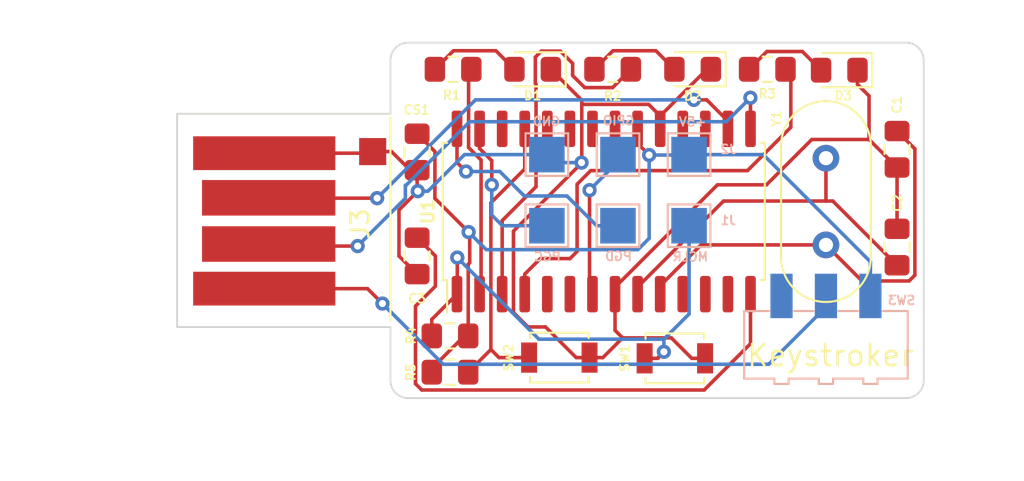
<source format=kicad_pcb>
(kicad_pcb (version 20171130) (host pcbnew "(5.1.4)-1")

  (general
    (thickness 1.6)
    (drawings 28)
    (tracks 205)
    (zones 0)
    (modules 21)
    (nets 20)
  )

  (page A4)
  (title_block
    (title "Main Controller Board")
    (date "27 Sept 2019")
    (rev 1)
    (company INGAME)
    (comment 1 "Created by Rutuparn Pawar")
  )

  (layers
    (0 F.Cu signal)
    (31 B.Cu signal)
    (32 B.Adhes user hide)
    (33 F.Adhes user hide)
    (34 B.Paste user hide)
    (35 F.Paste user hide)
    (36 B.SilkS user)
    (37 F.SilkS user)
    (38 B.Mask user hide)
    (39 F.Mask user hide)
    (40 Dwgs.User user)
    (41 Cmts.User user hide)
    (42 Eco1.User user hide)
    (43 Eco2.User user hide)
    (44 Edge.Cuts user hide)
    (45 Margin user hide)
    (46 B.CrtYd user hide)
    (47 F.CrtYd user)
    (48 B.Fab user hide)
    (49 F.Fab user hide)
  )

  (setup
    (last_trace_width 0.2)
    (trace_clearance 0.2)
    (zone_clearance 0.508)
    (zone_45_only no)
    (trace_min 0.2)
    (via_size 0.8)
    (via_drill 0.4)
    (via_min_size 0.4)
    (via_min_drill 0.3)
    (uvia_size 0.3)
    (uvia_drill 0.1)
    (uvias_allowed no)
    (uvia_min_size 0.2)
    (uvia_min_drill 0.1)
    (edge_width 0.1)
    (segment_width 0.2)
    (pcb_text_width 0.3)
    (pcb_text_size 1.5 1.5)
    (mod_edge_width 0.15)
    (mod_text_size 1 1)
    (mod_text_width 0.15)
    (pad_size 1.524 1.524)
    (pad_drill 0.762)
    (pad_to_mask_clearance 0)
    (aux_axis_origin 0 0)
    (visible_elements 7FFFFFFF)
    (pcbplotparams
      (layerselection 0x010fc_ffffffff)
      (usegerberextensions false)
      (usegerberattributes false)
      (usegerberadvancedattributes false)
      (creategerberjobfile false)
      (excludeedgelayer true)
      (linewidth 0.100000)
      (plotframeref false)
      (viasonmask false)
      (mode 1)
      (useauxorigin false)
      (hpglpennumber 1)
      (hpglpenspeed 20)
      (hpglpendiameter 15.000000)
      (psnegative false)
      (psa4output false)
      (plotreference true)
      (plotvalue true)
      (plotinvisibletext false)
      (padsonsilk false)
      (subtractmaskfromsilk false)
      (outputformat 1)
      (mirror false)
      (drillshape 1)
      (scaleselection 1)
      (outputdirectory ""))
  )

  (net 0 "")
  (net 1 GND)
  (net 2 "Net-(C1-Pad1)")
  (net 3 "Net-(C2-Pad1)")
  (net 4 "Net-(C3-Pad1)")
  (net 5 +5V)
  (net 6 "Net-(D1-Pad2)")
  (net 7 "Net-(D2-Pad2)")
  (net 8 "Net-(D3-Pad2)")
  (net 9 MCLR!)
  (net 10 PGD)
  (net 11 PGC)
  (net 12 "Net-(J3-Pad1)")
  (net 13 D+)
  (net 14 D-)
  (net 15 LED_R)
  (net 16 LED_Y)
  (net 17 LED_G)
  (net 18 GPIO)
  (net 19 ACTIVATE)

  (net_class Default "This is the default net class."
    (clearance 0.2)
    (trace_width 0.2)
    (via_dia 0.8)
    (via_drill 0.4)
    (uvia_dia 0.3)
    (uvia_drill 0.1)
    (add_net +5V)
    (add_net ACTIVATE)
    (add_net D+)
    (add_net D-)
    (add_net GND)
    (add_net GPIO)
    (add_net LED_G)
    (add_net LED_R)
    (add_net LED_Y)
    (add_net MCLR!)
    (add_net "Net-(C1-Pad1)")
    (add_net "Net-(C2-Pad1)")
    (add_net "Net-(C3-Pad1)")
    (add_net "Net-(D1-Pad2)")
    (add_net "Net-(D2-Pad2)")
    (add_net "Net-(D3-Pad2)")
    (add_net "Net-(J3-Pad1)")
    (add_net "Net-(U1-Pad11)")
    (add_net "Net-(U1-Pad12)")
    (add_net "Net-(U1-Pad13)")
    (add_net "Net-(U1-Pad17)")
    (add_net "Net-(U1-Pad18)")
    (add_net "Net-(U1-Pad21)")
    (add_net "Net-(U1-Pad22)")
    (add_net "Net-(U1-Pad23)")
    (add_net "Net-(U1-Pad24)")
    (add_net "Net-(U1-Pad26)")
    (add_net "Net-(U1-Pad5)")
    (add_net "Net-(U1-Pad6)")
    (add_net PGC)
    (add_net PGD)
  )

  (net_class Power ""
    (clearance 0.3)
    (trace_width 0.35)
    (via_dia 0.8)
    (via_drill 0.4)
    (uvia_dia 0.3)
    (uvia_drill 0.1)
  )

  (module MountingHole:MountingHole_2.1mm (layer F.Cu) (tedit 5B924765) (tstamp 600070DF)
    (at 119.55 54.65)
    (descr "Mounting Hole 2.1mm, no annular")
    (tags "mounting hole 2.1mm no annular")
    (path /60059DC6)
    (attr virtual)
    (fp_text reference H1 (at 0 -3.2) (layer Dwgs.User)
      (effects (font (size 1 1) (thickness 0.15)))
    )
    (fp_text value MountingHole (at 0 3.2) (layer F.Fab)
      (effects (font (size 1 1) (thickness 0.15)))
    )
    (fp_circle (center 0 0) (end 2.35 0) (layer F.CrtYd) (width 0.05))
    (fp_circle (center 0 0) (end 2.1 0) (layer Cmts.User) (width 0.15))
    (fp_text user %R (at 0.3 0) (layer F.Fab)
      (effects (font (size 1 1) (thickness 0.15)))
    )
    (pad "" np_thru_hole circle (at 0 0) (size 2.1 2.1) (drill 2.1) (layers *.Cu *.Mask))
  )

  (module Board:usb_pcb (layer F.Cu) (tedit 5FFF1D0D) (tstamp 5FFB9308)
    (at 89.8 63.2 270)
    (path /5FFE68E3)
    (fp_text reference J3 (at 0 0.5 90) (layer F.SilkS)
      (effects (font (size 1 1) (thickness 0.15)))
    )
    (fp_text value USB_A (at 0 -0.5 90) (layer F.Fab)
      (effects (font (size 1 1) (thickness 0.15)))
    )
    (fp_line (start 5.86 10.8) (end 5.86 -1.2) (layer Dwgs.User) (width 0.15))
    (fp_line (start 5.86 10.8) (end -6.2 10.8) (layer Dwgs.User) (width 0.15))
    (fp_line (start -5.97 -1.2) (end 5.43 -1.2) (layer F.SilkS) (width 0.12))
    (fp_line (start -6.2 10.8) (end -6.2 -1.2) (layer Dwgs.User) (width 0.15))
    (fp_text user USB_A (at 0.12 0.67 270) (layer F.SilkS) hide
      (effects (font (size 1.5 1.5) (thickness 0.15)))
    )
    (fp_text user J3 (at -0.04 2.95 270) (layer F.SilkS) hide
      (effects (font (size 1.5 1.5) (thickness 0.15)))
    )
    (pad 2 connect rect (at 1.13 5.65 270) (size 2 7.5) (layers F.Cu F.Mask)
      (net 14 D-))
    (pad 5 smd rect (at -4.07 -0.2 270) (size 1.524 1.524) (layers F.Cu F.Paste F.Mask)
      (net 1 GND))
    (pad 4 connect rect (at -3.98 5.9 270) (size 1.9 8) (layers F.Cu F.Mask)
      (net 1 GND))
    (pad 1 connect rect (at 3.64 5.9 270) (size 1.9 8) (layers F.Cu F.Mask)
      (net 12 "Net-(J3-Pad1)"))
    (pad 3 connect rect (at -1.47 5.65 270) (size 2 7.5) (layers F.Cu F.Mask)
      (net 13 D+))
  )

  (module Board:3_pads (layer B.Cu) (tedit 5FFFBED6) (tstamp 5FFC37BD)
    (at 100.5 66)
    (path /6001C2FC)
    (fp_text reference J1 (at 9.5 -3) (layer B.SilkS)
      (effects (font (size 0.5 0.5) (thickness 0.1)) (justify mirror))
    )
    (fp_text value Conn_01x03_Male (at 0 0.5) (layer B.Fab)
      (effects (font (size 1 1) (thickness 0.15)) (justify mirror))
    )
    (fp_line (start 6.1 -3.9) (end 6.1 -1.5) (layer B.SilkS) (width 0.12))
    (fp_line (start 6.1 -1.5) (end 8.5 -1.5) (layer B.SilkS) (width 0.12))
    (fp_line (start 8.5 -3.9) (end 6.1 -3.9) (layer B.SilkS) (width 0.12))
    (fp_line (start 8.8 -4.2) (end 8.8 -1.2) (layer B.CrtYd) (width 0.05))
    (fp_line (start 8.8 -4.2) (end 5.8 -4.2) (layer B.CrtYd) (width 0.05))
    (fp_line (start 4.8 -1.2) (end 4.8 -4.2) (layer B.CrtYd) (width 0.05))
    (fp_line (start 8.5 -1.5) (end 8.5 -3.9) (layer B.SilkS) (width 0.12))
    (fp_line (start 5.8 -1.2) (end 8.8 -1.2) (layer B.CrtYd) (width 0.05))
    (fp_line (start 2.1 -3.9) (end 2.1 -1.5) (layer B.SilkS) (width 0.12))
    (fp_line (start 2.1 -1.5) (end 4.5 -1.5) (layer B.SilkS) (width 0.12))
    (fp_line (start 4.5 -3.9) (end 2.1 -3.9) (layer B.SilkS) (width 0.12))
    (fp_line (start 5.8 -4.2) (end 5.8 -1.2) (layer B.CrtYd) (width 0.05))
    (fp_line (start 4.8 -4.2) (end 1.8 -4.2) (layer B.CrtYd) (width 0.05))
    (fp_line (start 0.8 -1.2) (end 0.8 -4.2) (layer B.CrtYd) (width 0.05))
    (fp_line (start 4.5 -1.5) (end 4.5 -3.9) (layer B.SilkS) (width 0.12))
    (fp_line (start 1.8 -1.2) (end 4.8 -1.2) (layer B.CrtYd) (width 0.05))
    (fp_line (start -1.9 -3.9) (end -1.9 -1.5) (layer B.SilkS) (width 0.12))
    (fp_line (start -1.9 -1.5) (end 0.5 -1.5) (layer B.SilkS) (width 0.12))
    (fp_line (start 0.5 -3.9) (end -1.9 -3.9) (layer B.SilkS) (width 0.12))
    (fp_line (start 1.8 -4.2) (end 1.8 -1.2) (layer B.CrtYd) (width 0.05))
    (fp_line (start 0.8 -4.2) (end -2.2 -4.2) (layer B.CrtYd) (width 0.05))
    (fp_line (start -2.2 -1.2) (end -2.2 -4.2) (layer B.CrtYd) (width 0.05))
    (fp_line (start 0.5 -1.5) (end 0.5 -3.9) (layer B.SilkS) (width 0.12))
    (fp_line (start -2.2 -1.2) (end 0.8 -1.2) (layer B.CrtYd) (width 0.05))
    (pad 3 smd rect (at 7.3 -2.7) (size 2 2) (layers B.Cu B.Mask)
      (net 9 MCLR!))
    (pad 2 smd rect (at 3.3 -2.7) (size 2 2) (layers B.Cu B.Mask)
      (net 10 PGD))
    (pad 1 smd rect (at -0.7 -2.7) (size 2 2) (layers B.Cu B.Mask)
      (net 11 PGC))
  )

  (module Board:3_pads (layer B.Cu) (tedit 5FFFBED6) (tstamp 5FFFCBDC)
    (at 100.5 62)
    (path /600072CA)
    (fp_text reference J2 (at 9.5 -3) (layer B.SilkS)
      (effects (font (size 0.5 0.5) (thickness 0.1)) (justify mirror))
    )
    (fp_text value Conn_01x03_Male (at 0 0.5) (layer B.Fab)
      (effects (font (size 1 1) (thickness 0.15)) (justify mirror))
    )
    (fp_line (start -2.2 -1.2) (end 0.8 -1.2) (layer B.CrtYd) (width 0.05))
    (fp_line (start 0.5 -1.5) (end 0.5 -3.9) (layer B.SilkS) (width 0.12))
    (fp_line (start -2.2 -1.2) (end -2.2 -4.2) (layer B.CrtYd) (width 0.05))
    (fp_line (start 0.8 -4.2) (end -2.2 -4.2) (layer B.CrtYd) (width 0.05))
    (fp_line (start 1.8 -4.2) (end 1.8 -1.2) (layer B.CrtYd) (width 0.05))
    (fp_line (start 0.5 -3.9) (end -1.9 -3.9) (layer B.SilkS) (width 0.12))
    (fp_line (start -1.9 -1.5) (end 0.5 -1.5) (layer B.SilkS) (width 0.12))
    (fp_line (start -1.9 -3.9) (end -1.9 -1.5) (layer B.SilkS) (width 0.12))
    (fp_line (start 1.8 -1.2) (end 4.8 -1.2) (layer B.CrtYd) (width 0.05))
    (fp_line (start 4.5 -1.5) (end 4.5 -3.9) (layer B.SilkS) (width 0.12))
    (fp_line (start 0.8 -1.2) (end 0.8 -4.2) (layer B.CrtYd) (width 0.05))
    (fp_line (start 4.8 -4.2) (end 1.8 -4.2) (layer B.CrtYd) (width 0.05))
    (fp_line (start 5.8 -4.2) (end 5.8 -1.2) (layer B.CrtYd) (width 0.05))
    (fp_line (start 4.5 -3.9) (end 2.1 -3.9) (layer B.SilkS) (width 0.12))
    (fp_line (start 2.1 -1.5) (end 4.5 -1.5) (layer B.SilkS) (width 0.12))
    (fp_line (start 2.1 -3.9) (end 2.1 -1.5) (layer B.SilkS) (width 0.12))
    (fp_line (start 5.8 -1.2) (end 8.8 -1.2) (layer B.CrtYd) (width 0.05))
    (fp_line (start 8.5 -1.5) (end 8.5 -3.9) (layer B.SilkS) (width 0.12))
    (fp_line (start 4.8 -1.2) (end 4.8 -4.2) (layer B.CrtYd) (width 0.05))
    (fp_line (start 8.8 -4.2) (end 5.8 -4.2) (layer B.CrtYd) (width 0.05))
    (fp_line (start 8.8 -4.2) (end 8.8 -1.2) (layer B.CrtYd) (width 0.05))
    (fp_line (start 8.5 -3.9) (end 6.1 -3.9) (layer B.SilkS) (width 0.12))
    (fp_line (start 6.1 -1.5) (end 8.5 -1.5) (layer B.SilkS) (width 0.12))
    (fp_line (start 6.1 -3.9) (end 6.1 -1.5) (layer B.SilkS) (width 0.12))
    (pad 1 smd rect (at -0.7 -2.7) (size 2 2) (layers B.Cu B.Mask)
      (net 1 GND))
    (pad 2 smd rect (at 3.3 -2.7) (size 2 2) (layers B.Cu B.Mask)
      (net 18 GPIO))
    (pad 3 smd rect (at 7.3 -2.7) (size 2 2) (layers B.Cu B.Mask)
      (net 5 +5V))
  )

  (module Crystal:Crystal_HC49-U_Vertical (layer F.Cu) (tedit 5A1AD3B8) (tstamp 5FFB93E7)
    (at 115.5 59.5 270)
    (descr "Crystal THT HC-49/U http://5hertz.com/pdfs/04404_D.pdf")
    (tags "THT crystalHC-49/U")
    (path /5D611CBC)
    (fp_text reference Y1 (at -2.225 2.775 90) (layer F.SilkS)
      (effects (font (size 0.5 0.5) (thickness 0.1)))
    )
    (fp_text value 8Mhz (at 2.44 3.525 90) (layer F.Fab)
      (effects (font (size 1 1) (thickness 0.15)))
    )
    (fp_arc (start 5.565 0) (end 5.565 -2.525) (angle 180) (layer F.SilkS) (width 0.12))
    (fp_arc (start -0.685 0) (end -0.685 -2.525) (angle -180) (layer F.SilkS) (width 0.12))
    (fp_arc (start 5.44 0) (end 5.44 -2) (angle 180) (layer F.Fab) (width 0.1))
    (fp_arc (start -0.56 0) (end -0.56 -2) (angle -180) (layer F.Fab) (width 0.1))
    (fp_arc (start 5.565 0) (end 5.565 -2.325) (angle 180) (layer F.Fab) (width 0.1))
    (fp_arc (start -0.685 0) (end -0.685 -2.325) (angle -180) (layer F.Fab) (width 0.1))
    (fp_line (start 8.4 -2.8) (end -3.5 -2.8) (layer F.CrtYd) (width 0.05))
    (fp_line (start 8.4 2.8) (end 8.4 -2.8) (layer F.CrtYd) (width 0.05))
    (fp_line (start -3.5 2.8) (end 8.4 2.8) (layer F.CrtYd) (width 0.05))
    (fp_line (start -3.5 -2.8) (end -3.5 2.8) (layer F.CrtYd) (width 0.05))
    (fp_line (start -0.685 2.525) (end 5.565 2.525) (layer F.SilkS) (width 0.12))
    (fp_line (start -0.685 -2.525) (end 5.565 -2.525) (layer F.SilkS) (width 0.12))
    (fp_line (start -0.56 2) (end 5.44 2) (layer F.Fab) (width 0.1))
    (fp_line (start -0.56 -2) (end 5.44 -2) (layer F.Fab) (width 0.1))
    (fp_line (start -0.685 2.325) (end 5.565 2.325) (layer F.Fab) (width 0.1))
    (fp_line (start -0.685 -2.325) (end 5.565 -2.325) (layer F.Fab) (width 0.1))
    (fp_text user %R (at 2.44 0 90) (layer F.Fab)
      (effects (font (size 1 1) (thickness 0.15)))
    )
    (pad 2 thru_hole circle (at 4.88 0 270) (size 1.5 1.5) (drill 0.8) (layers *.Cu *.Mask)
      (net 2 "Net-(C1-Pad1)"))
    (pad 1 thru_hole circle (at 0 0 270) (size 1.5 1.5) (drill 0.8) (layers *.Cu *.Mask)
      (net 3 "Net-(C2-Pad1)"))
    (model ${KISYS3DMOD}/Crystal.3dshapes/Crystal_HC49-4H_Vertical.step
      (at (xyz 0 0 0))
      (scale (xyz 1 1 1))
      (rotate (xyz 0 0 0))
    )
  )

  (module Board:switch (layer B.Cu) (tedit 5FFF1354) (tstamp 5FFB93A0)
    (at 115.5 69.5 180)
    (path /5FF4F41F)
    (fp_text reference SW3 (at -4.25 2) (layer B.SilkS)
      (effects (font (size 0.5 0.5) (thickness 0.1)) (justify mirror))
    )
    (fp_text value SW_SPST (at 0 0.5) (layer B.Fab)
      (effects (font (size 1 1) (thickness 0.15)) (justify mirror))
    )
    (fp_text user %R (at 0 -0.5) (layer B.Fab)
      (effects (font (size 1 1) (thickness 0.15)) (justify mirror))
    )
    (fp_line (start -4.5 1.3) (end 4.5 1.3) (layer B.Fab) (width 0.1))
    (fp_line (start -4.6 -2.4) (end -4.6 1.4) (layer B.SilkS) (width 0.12))
    (fp_line (start -4.6 1.4) (end -3.2 1.4) (layer B.SilkS) (width 0.12))
    (fp_line (start 2.2 -2.3) (end 2.2 -2.6) (layer B.Fab) (width 0.1))
    (fp_line (start 2.2 -2.6) (end 2.8 -2.6) (layer B.Fab) (width 0.1))
    (fp_line (start 4.6 -2.4) (end 2.9 -2.4) (layer B.SilkS) (width 0.12))
    (fp_line (start 0.4 -2.7) (end -0.4 -2.7) (layer B.SilkS) (width 0.12))
    (fp_line (start 4.5 -2.3) (end -4.4 -2.3) (layer B.Fab) (width 0.1))
    (fp_line (start -1.5 -2.3) (end -1.5 -2.3) (layer B.Fab) (width 0.1))
    (fp_line (start -0.4 -2.4) (end -2.1 -2.4) (layer B.SilkS) (width 0.12))
    (fp_line (start -4.5 -2.3) (end -4.5 -2.3) (layer B.Fab) (width 0.1))
    (fp_line (start -0.7 1.4) (end -1.8 1.4) (layer B.SilkS) (width 0.12))
    (fp_line (start 2.8 -2.6) (end 2.8 -2.3) (layer B.Fab) (width 0.1))
    (fp_line (start 2.1 -2.4) (end 0.4 -2.4) (layer B.SilkS) (width 0.12))
    (fp_line (start 0.4 -2.4) (end 0.4 -2.7) (layer B.SilkS) (width 0.12))
    (fp_line (start -4.5 -2.3) (end -4.5 -2.3) (layer B.Fab) (width 0.1))
    (fp_line (start -0.4 -2.7) (end -0.4 -2.4) (layer B.SilkS) (width 0.12))
    (fp_line (start 4.5 1.3) (end 4.5 -2.3) (layer B.Fab) (width 0.1))
    (fp_line (start -2.8 -2.6) (end -2.8 -2.3) (layer B.Fab) (width 0.1))
    (fp_line (start -2.8 -2.3) (end -2.8 -2.3) (layer B.Fab) (width 0.1))
    (fp_line (start 2.9 -2.4) (end 2.9 -2.7) (layer B.SilkS) (width 0.12))
    (fp_line (start 1.8 1.4) (end 0.7 1.4) (layer B.SilkS) (width 0.12))
    (fp_line (start -2.2 -2.3) (end -2.2 -2.6) (layer B.Fab) (width 0.1))
    (fp_line (start 3.2 1.4) (end 4.6 1.4) (layer B.SilkS) (width 0.12))
    (fp_line (start -4.5 1.3) (end -4.5 -2.3) (layer B.Fab) (width 0.1))
    (fp_line (start 4.6 1.4) (end 4.6 -2.4) (layer B.SilkS) (width 0.12))
    (fp_line (start -1.8 1.4) (end -1.8 1.4) (layer B.SilkS) (width 0.12))
    (fp_line (start 0.3 -2.6) (end -0.3 -2.6) (layer B.Fab) (width 0.1))
    (fp_line (start -0.3 -2.6) (end -0.3 -2.3) (layer B.Fab) (width 0.1))
    (fp_line (start -2.2 -2.6) (end -2.8 -2.6) (layer B.Fab) (width 0.1))
    (fp_line (start 0.7 1.4) (end 0.7 1.4) (layer B.SilkS) (width 0.12))
    (fp_line (start -0.3 -2.3) (end -0.3 -2.3) (layer B.Fab) (width 0.1))
    (fp_line (start 2.8 -2.3) (end 2.8 -2.3) (layer B.Fab) (width 0.1))
    (fp_line (start 2.9 -2.7) (end 2.1 -2.7) (layer B.SilkS) (width 0.12))
    (fp_line (start 2.1 -2.7) (end 2.1 -2.4) (layer B.SilkS) (width 0.12))
    (fp_line (start -2.1 -2.4) (end -2.1 -2.7) (layer B.SilkS) (width 0.12))
    (fp_line (start -2.1 -2.7) (end -2.9 -2.7) (layer B.SilkS) (width 0.12))
    (fp_line (start -2.9 -2.7) (end -2.9 -2.4) (layer B.SilkS) (width 0.12))
    (fp_line (start 0.3 -2.3) (end 0.3 -2.6) (layer B.Fab) (width 0.1))
    (fp_line (start -4.4 -2.3) (end -4.5 -2.3) (layer B.Fab) (width 0.1))
    (fp_line (start 5 -2.75) (end 5 1.75) (layer B.CrtYd) (width 0.05))
    (fp_line (start -5 -2.75) (end -3.25 -2.75) (layer B.CrtYd) (width 0.05))
    (fp_line (start -2 -2.3) (end -2 -2.3) (layer B.Fab) (width 0.1))
    (fp_line (start -2.9 -2.4) (end -4.6 -2.4) (layer B.SilkS) (width 0.12))
    (fp_line (start -0.5 -4.3) (end -2 -4.3) (layer B.Fab) (width 0.1))
    (fp_line (start -3.25 -3.25) (end -2.5 -3.25) (layer B.CrtYd) (width 0.05))
    (fp_line (start -3.5 4) (end -3.5 1.75) (layer B.CrtYd) (width 0.05))
    (fp_line (start -3.5 1.75) (end -5 1.75) (layer B.CrtYd) (width 0.05))
    (fp_line (start -3.25 -2.75) (end -3.25 -3.25) (layer B.CrtYd) (width 0.05))
    (fp_line (start -2 -4.3) (end -2 -2.3) (layer B.Fab) (width 0.1))
    (fp_line (start 2.5 -4.75) (end 2.5 -3) (layer B.CrtYd) (width 0.05))
    (fp_line (start 5 1.75) (end 3.5 1.75) (layer B.CrtYd) (width 0.05))
    (fp_line (start 3.25 -3) (end 3.25 -2.75) (layer B.CrtYd) (width 0.05))
    (fp_line (start 3.25 -2.75) (end 5 -2.75) (layer B.CrtYd) (width 0.05))
    (fp_line (start -2.5 -3.25) (end -2.5 -4.75) (layer B.CrtYd) (width 0.05))
    (fp_line (start -5 1.75) (end -5 1.75) (layer B.CrtYd) (width 0.05))
    (fp_line (start 3.5 1.75) (end 3.5 4) (layer B.CrtYd) (width 0.05))
    (fp_line (start 2.5 -3) (end 3.25 -3) (layer B.CrtYd) (width 0.05))
    (fp_line (start -5 1.75) (end -5 -2.75) (layer B.CrtYd) (width 0.05))
    (fp_line (start -2.5 -4.75) (end 2.5 -4.75) (layer B.CrtYd) (width 0.05))
    (fp_line (start 3.5 4) (end -3.5 4) (layer B.CrtYd) (width 0.05))
    (fp_line (start -4.6 -2.4) (end -4.6 -2.4) (layer B.SilkS) (width 0.12))
    (fp_line (start -0.5 -2.3) (end -0.5 -4.3) (layer B.Fab) (width 0.1))
    (pad 1 smd rect (at -2.5 2.25 180) (size 1.25 2.5) (layers B.Cu B.Paste B.Mask)
      (net 5 +5V))
    (pad 2 smd rect (at 0 2.25 180) (size 1.25 2.5) (layers B.Cu B.Paste B.Mask)
      (net 12 "Net-(J3-Pad1)"))
    (pad 3 smd rect (at 2.5 2.25 180) (size 1.25 2.5) (layers B.Cu B.Paste B.Mask))
  )

  (module Button_Switch_SMD:SW_SPST_B3U-1000P (layer F.Cu) (tedit 5A02FC95) (tstamp 5FFB9389)
    (at 100.5 70.72)
    (descr "Ultra-small-sized Tactile Switch with High Contact Reliability, Top-actuated Model, without Ground Terminal, without Boss")
    (tags "Tactile Switch")
    (path /5D88855A)
    (attr smd)
    (fp_text reference SW2 (at -2.85 0.005 90) (layer F.SilkS)
      (effects (font (size 0.5 0.5) (thickness 0.1)))
    )
    (fp_text value SW_Push (at 0 2.5) (layer F.Fab)
      (effects (font (size 1 1) (thickness 0.15)))
    )
    (fp_circle (center 0 0) (end 0.75 0) (layer F.Fab) (width 0.1))
    (fp_line (start -1.5 1.25) (end -1.5 -1.25) (layer F.Fab) (width 0.1))
    (fp_line (start 1.5 1.25) (end -1.5 1.25) (layer F.Fab) (width 0.1))
    (fp_line (start 1.5 -1.25) (end 1.5 1.25) (layer F.Fab) (width 0.1))
    (fp_line (start -1.5 -1.25) (end 1.5 -1.25) (layer F.Fab) (width 0.1))
    (fp_line (start 1.65 -1.4) (end 1.65 -1.1) (layer F.SilkS) (width 0.12))
    (fp_line (start -1.65 -1.4) (end 1.65 -1.4) (layer F.SilkS) (width 0.12))
    (fp_line (start -1.65 -1.1) (end -1.65 -1.4) (layer F.SilkS) (width 0.12))
    (fp_line (start 1.65 1.4) (end 1.65 1.1) (layer F.SilkS) (width 0.12))
    (fp_line (start -1.65 1.4) (end 1.65 1.4) (layer F.SilkS) (width 0.12))
    (fp_line (start -1.65 1.1) (end -1.65 1.4) (layer F.SilkS) (width 0.12))
    (fp_line (start -2.4 -1.65) (end -2.4 1.65) (layer F.CrtYd) (width 0.05))
    (fp_line (start 2.4 -1.65) (end -2.4 -1.65) (layer F.CrtYd) (width 0.05))
    (fp_line (start 2.4 1.65) (end 2.4 -1.65) (layer F.CrtYd) (width 0.05))
    (fp_line (start -2.4 1.65) (end 2.4 1.65) (layer F.CrtYd) (width 0.05))
    (fp_text user %R (at 0 -2.5) (layer F.Fab)
      (effects (font (size 1 1) (thickness 0.15)))
    )
    (pad 2 smd rect (at 1.7 0) (size 0.9 1.7) (layers F.Cu F.Paste F.Mask)
      (net 1 GND))
    (pad 1 smd rect (at -1.7 0) (size 0.9 1.7) (layers F.Cu F.Paste F.Mask)
      (net 19 ACTIVATE))
    (model ${KISYS3DMOD}/Button_Switch_SMD.3dshapes/SW_SPST_B3U-1000P.wrl
      (at (xyz 0 0 0))
      (scale (xyz 1 1 1))
      (rotate (xyz 0 0 0))
    )
  )

  (module Button_Switch_SMD:SW_SPST_B3U-1000P (layer F.Cu) (tedit 5A02FC95) (tstamp 5FFB9373)
    (at 107 70.76)
    (descr "Ultra-small-sized Tactile Switch with High Contact Reliability, Top-actuated Model, without Ground Terminal, without Boss")
    (tags "Tactile Switch")
    (path /5D885778)
    (attr smd)
    (fp_text reference SW1 (at -2.825 -0.01 90) (layer F.SilkS)
      (effects (font (size 0.5 0.5) (thickness 0.1)))
    )
    (fp_text value SW_Push (at 0 2.5) (layer F.Fab)
      (effects (font (size 1 1) (thickness 0.15)))
    )
    (fp_circle (center 0 0) (end 0.75 0) (layer F.Fab) (width 0.1))
    (fp_line (start -1.5 1.25) (end -1.5 -1.25) (layer F.Fab) (width 0.1))
    (fp_line (start 1.5 1.25) (end -1.5 1.25) (layer F.Fab) (width 0.1))
    (fp_line (start 1.5 -1.25) (end 1.5 1.25) (layer F.Fab) (width 0.1))
    (fp_line (start -1.5 -1.25) (end 1.5 -1.25) (layer F.Fab) (width 0.1))
    (fp_line (start 1.65 -1.4) (end 1.65 -1.1) (layer F.SilkS) (width 0.12))
    (fp_line (start -1.65 -1.4) (end 1.65 -1.4) (layer F.SilkS) (width 0.12))
    (fp_line (start -1.65 -1.1) (end -1.65 -1.4) (layer F.SilkS) (width 0.12))
    (fp_line (start 1.65 1.4) (end 1.65 1.1) (layer F.SilkS) (width 0.12))
    (fp_line (start -1.65 1.4) (end 1.65 1.4) (layer F.SilkS) (width 0.12))
    (fp_line (start -1.65 1.1) (end -1.65 1.4) (layer F.SilkS) (width 0.12))
    (fp_line (start -2.4 -1.65) (end -2.4 1.65) (layer F.CrtYd) (width 0.05))
    (fp_line (start 2.4 -1.65) (end -2.4 -1.65) (layer F.CrtYd) (width 0.05))
    (fp_line (start 2.4 1.65) (end 2.4 -1.65) (layer F.CrtYd) (width 0.05))
    (fp_line (start -2.4 1.65) (end 2.4 1.65) (layer F.CrtYd) (width 0.05))
    (fp_text user %R (at 0 -2.5) (layer F.Fab)
      (effects (font (size 1 1) (thickness 0.15)))
    )
    (pad 2 smd rect (at 1.7 0) (size 0.9 1.7) (layers F.Cu F.Paste F.Mask)
      (net 1 GND))
    (pad 1 smd rect (at -1.7 0) (size 0.9 1.7) (layers F.Cu F.Paste F.Mask)
      (net 9 MCLR!))
    (model ${KISYS3DMOD}/Button_Switch_SMD.3dshapes/SW_SPST_B3U-1000P.wrl
      (at (xyz 0 0 0))
      (scale (xyz 1 1 1))
      (rotate (xyz 0 0 0))
    )
  )

  (module Capacitor_SMD:C_0805_2012Metric_Pad1.15x1.40mm_HandSolder (layer F.Cu) (tedit 5B36C52B) (tstamp 5FFB926E)
    (at 92.5 59.15 270)
    (descr "Capacitor SMD 0805 (2012 Metric), square (rectangular) end terminal, IPC_7351 nominal with elongated pad for handsoldering. (Body size source: https://docs.google.com/spreadsheets/d/1BsfQQcO9C6DZCsRaXUlFlo91Tg2WpOkGARC1WS5S8t0/edit?usp=sharing), generated with kicad-footprint-generator")
    (tags "capacitor handsolder")
    (path /5D6560AA)
    (attr smd)
    (fp_text reference CS1 (at -2.37 0.03) (layer F.SilkS)
      (effects (font (size 0.5 0.5) (thickness 0.1)))
    )
    (fp_text value 10uF (at 0 1.65 90) (layer F.Fab)
      (effects (font (size 1 1) (thickness 0.15)))
    )
    (fp_text user %R (at 0 0 90) (layer F.Fab)
      (effects (font (size 0.5 0.5) (thickness 0.08)))
    )
    (fp_line (start 1.85 0.95) (end -1.85 0.95) (layer F.CrtYd) (width 0.05))
    (fp_line (start 1.85 -0.95) (end 1.85 0.95) (layer F.CrtYd) (width 0.05))
    (fp_line (start -1.85 -0.95) (end 1.85 -0.95) (layer F.CrtYd) (width 0.05))
    (fp_line (start -1.85 0.95) (end -1.85 -0.95) (layer F.CrtYd) (width 0.05))
    (fp_line (start -0.261252 0.71) (end 0.261252 0.71) (layer F.SilkS) (width 0.12))
    (fp_line (start -0.261252 -0.71) (end 0.261252 -0.71) (layer F.SilkS) (width 0.12))
    (fp_line (start 1 0.6) (end -1 0.6) (layer F.Fab) (width 0.1))
    (fp_line (start 1 -0.6) (end 1 0.6) (layer F.Fab) (width 0.1))
    (fp_line (start -1 -0.6) (end 1 -0.6) (layer F.Fab) (width 0.1))
    (fp_line (start -1 0.6) (end -1 -0.6) (layer F.Fab) (width 0.1))
    (pad 2 smd roundrect (at 1.025 0 270) (size 1.15 1.4) (layers F.Cu F.Paste F.Mask) (roundrect_rratio 0.217391)
      (net 1 GND))
    (pad 1 smd roundrect (at -1.025 0 270) (size 1.15 1.4) (layers F.Cu F.Paste F.Mask) (roundrect_rratio 0.217391)
      (net 5 +5V))
    (model ${KISYS3DMOD}/Capacitor_SMD.3dshapes/C_0805_2012Metric.wrl
      (at (xyz 0 0 0))
      (scale (xyz 1 1 1))
      (rotate (xyz 0 0 0))
    )
  )

  (module Package_SO:SOIC-28W_7.5x17.9mm_P1.27mm (layer F.Cu) (tedit 5C97300E) (tstamp 5FFB93D0)
    (at 103 62.5 90)
    (descr "SOIC, 28 Pin (JEDEC MS-013AE, https://www.analog.com/media/en/package-pcb-resources/package/35833120341221rw_28.pdf), generated with kicad-footprint-generator ipc_gullwing_generator.py")
    (tags "SOIC SO")
    (path /5D76E169)
    (attr smd)
    (fp_text reference U1 (at 0 -9.9 90) (layer F.SilkS)
      (effects (font (size 0.7 0.7) (thickness 0.15)))
    )
    (fp_text value PIC18F2550-ISP (at 0 9.9 90) (layer F.Fab)
      (effects (font (size 1 1) (thickness 0.15)))
    )
    (fp_text user %R (at 0 0 90) (layer F.Fab)
      (effects (font (size 1 1) (thickness 0.15)))
    )
    (fp_line (start 5.93 -9.2) (end -5.93 -9.2) (layer F.CrtYd) (width 0.05))
    (fp_line (start 5.93 9.2) (end 5.93 -9.2) (layer F.CrtYd) (width 0.05))
    (fp_line (start -5.93 9.2) (end 5.93 9.2) (layer F.CrtYd) (width 0.05))
    (fp_line (start -5.93 -9.2) (end -5.93 9.2) (layer F.CrtYd) (width 0.05))
    (fp_line (start -3.75 -7.95) (end -2.75 -8.95) (layer F.Fab) (width 0.1))
    (fp_line (start -3.75 8.95) (end -3.75 -7.95) (layer F.Fab) (width 0.1))
    (fp_line (start 3.75 8.95) (end -3.75 8.95) (layer F.Fab) (width 0.1))
    (fp_line (start 3.75 -8.95) (end 3.75 8.95) (layer F.Fab) (width 0.1))
    (fp_line (start -2.75 -8.95) (end 3.75 -8.95) (layer F.Fab) (width 0.1))
    (fp_line (start -3.86 -8.815) (end -5.675 -8.815) (layer F.SilkS) (width 0.12))
    (fp_line (start -3.86 -9.06) (end -3.86 -8.815) (layer F.SilkS) (width 0.12))
    (fp_line (start 0 -9.06) (end -3.86 -9.06) (layer F.SilkS) (width 0.12))
    (fp_line (start 3.86 -9.06) (end 3.86 -8.815) (layer F.SilkS) (width 0.12))
    (fp_line (start 0 -9.06) (end 3.86 -9.06) (layer F.SilkS) (width 0.12))
    (fp_line (start -3.86 9.06) (end -3.86 8.815) (layer F.SilkS) (width 0.12))
    (fp_line (start 0 9.06) (end -3.86 9.06) (layer F.SilkS) (width 0.12))
    (fp_line (start 3.86 9.06) (end 3.86 8.815) (layer F.SilkS) (width 0.12))
    (fp_line (start 0 9.06) (end 3.86 9.06) (layer F.SilkS) (width 0.12))
    (pad 28 smd roundrect (at 4.65 -8.255 90) (size 2.05 0.6) (layers F.Cu F.Paste F.Mask) (roundrect_rratio 0.25)
      (net 10 PGD))
    (pad 27 smd roundrect (at 4.65 -6.985 90) (size 2.05 0.6) (layers F.Cu F.Paste F.Mask) (roundrect_rratio 0.25)
      (net 11 PGC))
    (pad 26 smd roundrect (at 4.65 -5.715 90) (size 2.05 0.6) (layers F.Cu F.Paste F.Mask) (roundrect_rratio 0.25))
    (pad 25 smd roundrect (at 4.65 -4.445 90) (size 2.05 0.6) (layers F.Cu F.Paste F.Mask) (roundrect_rratio 0.25)
      (net 19 ACTIVATE))
    (pad 24 smd roundrect (at 4.65 -3.175 90) (size 2.05 0.6) (layers F.Cu F.Paste F.Mask) (roundrect_rratio 0.25))
    (pad 23 smd roundrect (at 4.65 -1.905 90) (size 2.05 0.6) (layers F.Cu F.Paste F.Mask) (roundrect_rratio 0.25))
    (pad 22 smd roundrect (at 4.65 -0.635 90) (size 2.05 0.6) (layers F.Cu F.Paste F.Mask) (roundrect_rratio 0.25))
    (pad 21 smd roundrect (at 4.65 0.635 90) (size 2.05 0.6) (layers F.Cu F.Paste F.Mask) (roundrect_rratio 0.25))
    (pad 20 smd roundrect (at 4.65 1.905 90) (size 2.05 0.6) (layers F.Cu F.Paste F.Mask) (roundrect_rratio 0.25)
      (net 5 +5V))
    (pad 19 smd roundrect (at 4.65 3.175 90) (size 2.05 0.6) (layers F.Cu F.Paste F.Mask) (roundrect_rratio 0.25)
      (net 1 GND))
    (pad 18 smd roundrect (at 4.65 4.445 90) (size 2.05 0.6) (layers F.Cu F.Paste F.Mask) (roundrect_rratio 0.25))
    (pad 17 smd roundrect (at 4.65 5.715 90) (size 2.05 0.6) (layers F.Cu F.Paste F.Mask) (roundrect_rratio 0.25))
    (pad 16 smd roundrect (at 4.65 6.985 90) (size 2.05 0.6) (layers F.Cu F.Paste F.Mask) (roundrect_rratio 0.25)
      (net 13 D+))
    (pad 15 smd roundrect (at 4.65 8.255 90) (size 2.05 0.6) (layers F.Cu F.Paste F.Mask) (roundrect_rratio 0.25)
      (net 14 D-))
    (pad 14 smd roundrect (at -4.65 8.255 90) (size 2.05 0.6) (layers F.Cu F.Paste F.Mask) (roundrect_rratio 0.25)
      (net 4 "Net-(C3-Pad1)"))
    (pad 13 smd roundrect (at -4.65 6.985 90) (size 2.05 0.6) (layers F.Cu F.Paste F.Mask) (roundrect_rratio 0.25))
    (pad 12 smd roundrect (at -4.65 5.715 90) (size 2.05 0.6) (layers F.Cu F.Paste F.Mask) (roundrect_rratio 0.25))
    (pad 11 smd roundrect (at -4.65 4.445 90) (size 2.05 0.6) (layers F.Cu F.Paste F.Mask) (roundrect_rratio 0.25))
    (pad 10 smd roundrect (at -4.65 3.175 90) (size 2.05 0.6) (layers F.Cu F.Paste F.Mask) (roundrect_rratio 0.25)
      (net 2 "Net-(C1-Pad1)"))
    (pad 9 smd roundrect (at -4.65 1.905 90) (size 2.05 0.6) (layers F.Cu F.Paste F.Mask) (roundrect_rratio 0.25)
      (net 3 "Net-(C2-Pad1)"))
    (pad 8 smd roundrect (at -4.65 0.635 90) (size 2.05 0.6) (layers F.Cu F.Paste F.Mask) (roundrect_rratio 0.25)
      (net 1 GND))
    (pad 7 smd roundrect (at -4.65 -0.635 90) (size 2.05 0.6) (layers F.Cu F.Paste F.Mask) (roundrect_rratio 0.25)
      (net 18 GPIO))
    (pad 6 smd roundrect (at -4.65 -1.905 90) (size 2.05 0.6) (layers F.Cu F.Paste F.Mask) (roundrect_rratio 0.25))
    (pad 5 smd roundrect (at -4.65 -3.175 90) (size 2.05 0.6) (layers F.Cu F.Paste F.Mask) (roundrect_rratio 0.25))
    (pad 4 smd roundrect (at -4.65 -4.445 90) (size 2.05 0.6) (layers F.Cu F.Paste F.Mask) (roundrect_rratio 0.25)
      (net 17 LED_G))
    (pad 3 smd roundrect (at -4.65 -5.715 90) (size 2.05 0.6) (layers F.Cu F.Paste F.Mask) (roundrect_rratio 0.25)
      (net 16 LED_Y))
    (pad 2 smd roundrect (at -4.65 -6.985 90) (size 2.05 0.6) (layers F.Cu F.Paste F.Mask) (roundrect_rratio 0.25)
      (net 15 LED_R))
    (pad 1 smd roundrect (at -4.65 -8.255 90) (size 2.05 0.6) (layers F.Cu F.Paste F.Mask) (roundrect_rratio 0.25)
      (net 9 MCLR!))
    (model ${KISYS3DMOD}/Package_SO.3dshapes/SOIC-28W_7.5x17.9mm_P1.27mm.wrl
      (at (xyz 0 0 0))
      (scale (xyz 1 1 1))
      (rotate (xyz 0 0 0))
    )
  )

  (module Resistor_SMD:R_0805_2012Metric_Pad1.15x1.40mm_HandSolder (layer F.Cu) (tedit 5B36C52B) (tstamp 5FFB935D)
    (at 94.35 71.54 180)
    (descr "Resistor SMD 0805 (2012 Metric), square (rectangular) end terminal, IPC_7351 nominal with elongated pad for handsoldering. (Body size source: https://docs.google.com/spreadsheets/d/1BsfQQcO9C6DZCsRaXUlFlo91Tg2WpOkGARC1WS5S8t0/edit?usp=sharing), generated with kicad-footprint-generator")
    (tags "resistor handsolder")
    (path /5D888547)
    (attr smd)
    (fp_text reference R5 (at 2.21 -0.01 90) (layer F.SilkS)
      (effects (font (size 0.5 0.5) (thickness 0.1)))
    )
    (fp_text value 10k (at 0 1.65 180) (layer F.Fab)
      (effects (font (size 1 1) (thickness 0.15)))
    )
    (fp_text user %R (at 0 0 180) (layer F.Fab)
      (effects (font (size 0.5 0.5) (thickness 0.08)))
    )
    (fp_line (start 1.85 0.95) (end -1.85 0.95) (layer F.CrtYd) (width 0.05))
    (fp_line (start 1.85 -0.95) (end 1.85 0.95) (layer F.CrtYd) (width 0.05))
    (fp_line (start -1.85 -0.95) (end 1.85 -0.95) (layer F.CrtYd) (width 0.05))
    (fp_line (start -1.85 0.95) (end -1.85 -0.95) (layer F.CrtYd) (width 0.05))
    (fp_line (start -0.261252 0.71) (end 0.261252 0.71) (layer F.SilkS) (width 0.12))
    (fp_line (start -0.261252 -0.71) (end 0.261252 -0.71) (layer F.SilkS) (width 0.12))
    (fp_line (start 1 0.6) (end -1 0.6) (layer F.Fab) (width 0.1))
    (fp_line (start 1 -0.6) (end 1 0.6) (layer F.Fab) (width 0.1))
    (fp_line (start -1 -0.6) (end 1 -0.6) (layer F.Fab) (width 0.1))
    (fp_line (start -1 0.6) (end -1 -0.6) (layer F.Fab) (width 0.1))
    (pad 2 smd roundrect (at 1.025 0 180) (size 1.15 1.4) (layers F.Cu F.Paste F.Mask) (roundrect_rratio 0.217391)
      (net 5 +5V))
    (pad 1 smd roundrect (at -1.025 0 180) (size 1.15 1.4) (layers F.Cu F.Paste F.Mask) (roundrect_rratio 0.217391)
      (net 19 ACTIVATE))
    (model ${KISYS3DMOD}/Resistor_SMD.3dshapes/R_0805_2012Metric.wrl
      (at (xyz 0 0 0))
      (scale (xyz 1 1 1))
      (rotate (xyz 0 0 0))
    )
  )

  (module Resistor_SMD:R_0805_2012Metric_Pad1.15x1.40mm_HandSolder (layer F.Cu) (tedit 5B36C52B) (tstamp 5FFB934C)
    (at 94.35 69.5)
    (descr "Resistor SMD 0805 (2012 Metric), square (rectangular) end terminal, IPC_7351 nominal with elongated pad for handsoldering. (Body size source: https://docs.google.com/spreadsheets/d/1BsfQQcO9C6DZCsRaXUlFlo91Tg2WpOkGARC1WS5S8t0/edit?usp=sharing), generated with kicad-footprint-generator")
    (tags "resistor handsolder")
    (path /5D885765)
    (attr smd)
    (fp_text reference R4 (at -2.195 -0.01 -90) (layer F.SilkS)
      (effects (font (size 0.5 0.5) (thickness 0.1)))
    )
    (fp_text value 10k (at 0 1.65) (layer F.Fab)
      (effects (font (size 1 1) (thickness 0.15)))
    )
    (fp_text user %R (at 0 0) (layer F.Fab)
      (effects (font (size 0.5 0.5) (thickness 0.08)))
    )
    (fp_line (start 1.85 0.95) (end -1.85 0.95) (layer F.CrtYd) (width 0.05))
    (fp_line (start 1.85 -0.95) (end 1.85 0.95) (layer F.CrtYd) (width 0.05))
    (fp_line (start -1.85 -0.95) (end 1.85 -0.95) (layer F.CrtYd) (width 0.05))
    (fp_line (start -1.85 0.95) (end -1.85 -0.95) (layer F.CrtYd) (width 0.05))
    (fp_line (start -0.261252 0.71) (end 0.261252 0.71) (layer F.SilkS) (width 0.12))
    (fp_line (start -0.261252 -0.71) (end 0.261252 -0.71) (layer F.SilkS) (width 0.12))
    (fp_line (start 1 0.6) (end -1 0.6) (layer F.Fab) (width 0.1))
    (fp_line (start 1 -0.6) (end 1 0.6) (layer F.Fab) (width 0.1))
    (fp_line (start -1 -0.6) (end 1 -0.6) (layer F.Fab) (width 0.1))
    (fp_line (start -1 0.6) (end -1 -0.6) (layer F.Fab) (width 0.1))
    (pad 2 smd roundrect (at 1.025 0) (size 1.15 1.4) (layers F.Cu F.Paste F.Mask) (roundrect_rratio 0.217391)
      (net 5 +5V))
    (pad 1 smd roundrect (at -1.025 0) (size 1.15 1.4) (layers F.Cu F.Paste F.Mask) (roundrect_rratio 0.217391)
      (net 9 MCLR!))
    (model ${KISYS3DMOD}/Resistor_SMD.3dshapes/R_0805_2012Metric.wrl
      (at (xyz 0 0 0))
      (scale (xyz 1 1 1))
      (rotate (xyz 0 0 0))
    )
  )

  (module Resistor_SMD:R_0805_2012Metric_Pad1.15x1.40mm_HandSolder (layer F.Cu) (tedit 5B36C52B) (tstamp 5FFB933B)
    (at 112.2 54.5 180)
    (descr "Resistor SMD 0805 (2012 Metric), square (rectangular) end terminal, IPC_7351 nominal with elongated pad for handsoldering. (Body size source: https://docs.google.com/spreadsheets/d/1BsfQQcO9C6DZCsRaXUlFlo91Tg2WpOkGARC1WS5S8t0/edit?usp=sharing), generated with kicad-footprint-generator")
    (tags "resistor handsolder")
    (path /5D688B6F)
    (attr smd)
    (fp_text reference R3 (at -0.005 -1.38) (layer F.SilkS)
      (effects (font (size 0.5 0.5) (thickness 0.1)))
    )
    (fp_text value 1k (at 0 1.65) (layer F.Fab)
      (effects (font (size 1 1) (thickness 0.15)))
    )
    (fp_line (start -1 0.6) (end -1 -0.6) (layer F.Fab) (width 0.1))
    (fp_line (start -1 -0.6) (end 1 -0.6) (layer F.Fab) (width 0.1))
    (fp_line (start 1 -0.6) (end 1 0.6) (layer F.Fab) (width 0.1))
    (fp_line (start 1 0.6) (end -1 0.6) (layer F.Fab) (width 0.1))
    (fp_line (start -0.261252 -0.71) (end 0.261252 -0.71) (layer F.SilkS) (width 0.12))
    (fp_line (start -0.261252 0.71) (end 0.261252 0.71) (layer F.SilkS) (width 0.12))
    (fp_line (start -1.85 0.95) (end -1.85 -0.95) (layer F.CrtYd) (width 0.05))
    (fp_line (start -1.85 -0.95) (end 1.85 -0.95) (layer F.CrtYd) (width 0.05))
    (fp_line (start 1.85 -0.95) (end 1.85 0.95) (layer F.CrtYd) (width 0.05))
    (fp_line (start 1.85 0.95) (end -1.85 0.95) (layer F.CrtYd) (width 0.05))
    (fp_text user %R (at 0 0) (layer F.Fab)
      (effects (font (size 0.5 0.5) (thickness 0.08)))
    )
    (pad 1 smd roundrect (at -1.025 0 180) (size 1.15 1.4) (layers F.Cu F.Paste F.Mask) (roundrect_rratio 0.217391)
      (net 17 LED_G))
    (pad 2 smd roundrect (at 1.025 0 180) (size 1.15 1.4) (layers F.Cu F.Paste F.Mask) (roundrect_rratio 0.217391)
      (net 8 "Net-(D3-Pad2)"))
    (model ${KISYS3DMOD}/Resistor_SMD.3dshapes/R_0805_2012Metric.wrl
      (at (xyz 0 0 0))
      (scale (xyz 1 1 1))
      (rotate (xyz 0 0 0))
    )
  )

  (module Resistor_SMD:R_0805_2012Metric_Pad1.15x1.40mm_HandSolder (layer F.Cu) (tedit 5B36C52B) (tstamp 5FFB932A)
    (at 103.5 54.5 180)
    (descr "Resistor SMD 0805 (2012 Metric), square (rectangular) end terminal, IPC_7351 nominal with elongated pad for handsoldering. (Body size source: https://docs.google.com/spreadsheets/d/1BsfQQcO9C6DZCsRaXUlFlo91Tg2WpOkGARC1WS5S8t0/edit?usp=sharing), generated with kicad-footprint-generator")
    (tags "resistor handsolder")
    (path /5D670261)
    (attr smd)
    (fp_text reference R2 (at 0 -1.5 180) (layer F.SilkS)
      (effects (font (size 0.5 0.5) (thickness 0.1)))
    )
    (fp_text value 1k (at 0 1.65 180) (layer F.Fab)
      (effects (font (size 1 1) (thickness 0.15)))
    )
    (fp_text user %R (at 0 0 180) (layer F.Fab)
      (effects (font (size 0.5 0.5) (thickness 0.08)))
    )
    (fp_line (start 1.85 0.95) (end -1.85 0.95) (layer F.CrtYd) (width 0.05))
    (fp_line (start 1.85 -0.95) (end 1.85 0.95) (layer F.CrtYd) (width 0.05))
    (fp_line (start -1.85 -0.95) (end 1.85 -0.95) (layer F.CrtYd) (width 0.05))
    (fp_line (start -1.85 0.95) (end -1.85 -0.95) (layer F.CrtYd) (width 0.05))
    (fp_line (start -0.261252 0.71) (end 0.261252 0.71) (layer F.SilkS) (width 0.12))
    (fp_line (start -0.261252 -0.71) (end 0.261252 -0.71) (layer F.SilkS) (width 0.12))
    (fp_line (start 1 0.6) (end -1 0.6) (layer F.Fab) (width 0.1))
    (fp_line (start 1 -0.6) (end 1 0.6) (layer F.Fab) (width 0.1))
    (fp_line (start -1 -0.6) (end 1 -0.6) (layer F.Fab) (width 0.1))
    (fp_line (start -1 0.6) (end -1 -0.6) (layer F.Fab) (width 0.1))
    (pad 2 smd roundrect (at 1.025 0 180) (size 1.15 1.4) (layers F.Cu F.Paste F.Mask) (roundrect_rratio 0.217391)
      (net 7 "Net-(D2-Pad2)"))
    (pad 1 smd roundrect (at -1.025 0 180) (size 1.15 1.4) (layers F.Cu F.Paste F.Mask) (roundrect_rratio 0.217391)
      (net 16 LED_Y))
    (model ${KISYS3DMOD}/Resistor_SMD.3dshapes/R_0805_2012Metric.wrl
      (at (xyz 0 0 0))
      (scale (xyz 1 1 1))
      (rotate (xyz 0 0 0))
    )
  )

  (module Resistor_SMD:R_0805_2012Metric_Pad1.15x1.40mm_HandSolder (layer F.Cu) (tedit 5B36C52B) (tstamp 5FFB9319)
    (at 94.525 54.5 180)
    (descr "Resistor SMD 0805 (2012 Metric), square (rectangular) end terminal, IPC_7351 nominal with elongated pad for handsoldering. (Body size source: https://docs.google.com/spreadsheets/d/1BsfQQcO9C6DZCsRaXUlFlo91Tg2WpOkGARC1WS5S8t0/edit?usp=sharing), generated with kicad-footprint-generator")
    (tags "resistor handsolder")
    (path /5D671243)
    (attr smd)
    (fp_text reference R1 (at 0.08 -1.46) (layer F.SilkS)
      (effects (font (size 0.5 0.5) (thickness 0.1)))
    )
    (fp_text value 1k (at 0 1.65) (layer F.Fab)
      (effects (font (size 1 1) (thickness 0.15)))
    )
    (fp_text user %R (at 0 0) (layer F.Fab)
      (effects (font (size 0.5 0.5) (thickness 0.08)))
    )
    (fp_line (start 1.85 0.95) (end -1.85 0.95) (layer F.CrtYd) (width 0.05))
    (fp_line (start 1.85 -0.95) (end 1.85 0.95) (layer F.CrtYd) (width 0.05))
    (fp_line (start -1.85 -0.95) (end 1.85 -0.95) (layer F.CrtYd) (width 0.05))
    (fp_line (start -1.85 0.95) (end -1.85 -0.95) (layer F.CrtYd) (width 0.05))
    (fp_line (start -0.261252 0.71) (end 0.261252 0.71) (layer F.SilkS) (width 0.12))
    (fp_line (start -0.261252 -0.71) (end 0.261252 -0.71) (layer F.SilkS) (width 0.12))
    (fp_line (start 1 0.6) (end -1 0.6) (layer F.Fab) (width 0.1))
    (fp_line (start 1 -0.6) (end 1 0.6) (layer F.Fab) (width 0.1))
    (fp_line (start -1 -0.6) (end 1 -0.6) (layer F.Fab) (width 0.1))
    (fp_line (start -1 0.6) (end -1 -0.6) (layer F.Fab) (width 0.1))
    (pad 2 smd roundrect (at 1.025 0 180) (size 1.15 1.4) (layers F.Cu F.Paste F.Mask) (roundrect_rratio 0.217391)
      (net 6 "Net-(D1-Pad2)"))
    (pad 1 smd roundrect (at -1.025 0 180) (size 1.15 1.4) (layers F.Cu F.Paste F.Mask) (roundrect_rratio 0.217391)
      (net 15 LED_R))
    (model ${KISYS3DMOD}/Resistor_SMD.3dshapes/R_0805_2012Metric.wrl
      (at (xyz 0 0 0))
      (scale (xyz 1 1 1))
      (rotate (xyz 0 0 0))
    )
  )

  (module LED_SMD:LED_0805_2012Metric_Pad1.15x1.40mm_HandSolder (layer F.Cu) (tedit 5B4B45C9) (tstamp 5FFB92A7)
    (at 116.25 54.55 180)
    (descr "LED SMD 0805 (2012 Metric), square (rectangular) end terminal, IPC_7351 nominal, (Body size source: https://docs.google.com/spreadsheets/d/1BsfQQcO9C6DZCsRaXUlFlo91Tg2WpOkGARC1WS5S8t0/edit?usp=sharing), generated with kicad-footprint-generator")
    (tags "LED handsolder")
    (path /5D688B65)
    (attr smd)
    (fp_text reference D3 (at -0.225 -1.425) (layer F.SilkS)
      (effects (font (size 0.5 0.5) (thickness 0.1)))
    )
    (fp_text value "GREEN LED" (at 0 1.65) (layer F.Fab)
      (effects (font (size 1 1) (thickness 0.15)))
    )
    (fp_text user %R (at 0 0) (layer F.Fab)
      (effects (font (size 0.5 0.5) (thickness 0.08)))
    )
    (fp_line (start 1.85 0.95) (end -1.85 0.95) (layer F.CrtYd) (width 0.05))
    (fp_line (start 1.85 -0.95) (end 1.85 0.95) (layer F.CrtYd) (width 0.05))
    (fp_line (start -1.85 -0.95) (end 1.85 -0.95) (layer F.CrtYd) (width 0.05))
    (fp_line (start -1.85 0.95) (end -1.85 -0.95) (layer F.CrtYd) (width 0.05))
    (fp_line (start -1.86 0.96) (end 1 0.96) (layer F.SilkS) (width 0.12))
    (fp_line (start -1.86 -0.96) (end -1.86 0.96) (layer F.SilkS) (width 0.12))
    (fp_line (start 1 -0.96) (end -1.86 -0.96) (layer F.SilkS) (width 0.12))
    (fp_line (start 1 0.6) (end 1 -0.6) (layer F.Fab) (width 0.1))
    (fp_line (start -1 0.6) (end 1 0.6) (layer F.Fab) (width 0.1))
    (fp_line (start -1 -0.3) (end -1 0.6) (layer F.Fab) (width 0.1))
    (fp_line (start -0.7 -0.6) (end -1 -0.3) (layer F.Fab) (width 0.1))
    (fp_line (start 1 -0.6) (end -0.7 -0.6) (layer F.Fab) (width 0.1))
    (pad 2 smd roundrect (at 1.025 0 180) (size 1.15 1.4) (layers F.Cu F.Paste F.Mask) (roundrect_rratio 0.217391)
      (net 8 "Net-(D3-Pad2)"))
    (pad 1 smd roundrect (at -1.025 0 180) (size 1.15 1.4) (layers F.Cu F.Paste F.Mask) (roundrect_rratio 0.217391)
      (net 1 GND))
    (model ${KISYS3DMOD}/LED_SMD.3dshapes/LED_0805_2012Metric.wrl
      (at (xyz 0 0 0))
      (scale (xyz 1 1 1))
      (rotate (xyz 0 0 0))
    )
  )

  (module LED_SMD:LED_0805_2012Metric_Pad1.15x1.40mm_HandSolder (layer F.Cu) (tedit 5B4B45C9) (tstamp 5FFB9294)
    (at 108 54.5 180)
    (descr "LED SMD 0805 (2012 Metric), square (rectangular) end terminal, IPC_7351 nominal, (Body size source: https://docs.google.com/spreadsheets/d/1BsfQQcO9C6DZCsRaXUlFlo91Tg2WpOkGARC1WS5S8t0/edit?usp=sharing), generated with kicad-footprint-generator")
    (tags "LED handsolder")
    (path /5D6147A3)
    (attr smd)
    (fp_text reference D2 (at 0 -1.5 180) (layer F.SilkS)
      (effects (font (size 0.5 0.5) (thickness 0.1)))
    )
    (fp_text value "YELLOW LED" (at 0 1.65) (layer F.Fab)
      (effects (font (size 1 1) (thickness 0.15)))
    )
    (fp_text user %R (at 0 0) (layer F.Fab)
      (effects (font (size 0.5 0.5) (thickness 0.08)))
    )
    (fp_line (start 1.85 0.95) (end -1.85 0.95) (layer F.CrtYd) (width 0.05))
    (fp_line (start 1.85 -0.95) (end 1.85 0.95) (layer F.CrtYd) (width 0.05))
    (fp_line (start -1.85 -0.95) (end 1.85 -0.95) (layer F.CrtYd) (width 0.05))
    (fp_line (start -1.85 0.95) (end -1.85 -0.95) (layer F.CrtYd) (width 0.05))
    (fp_line (start -1.86 0.96) (end 1 0.96) (layer F.SilkS) (width 0.12))
    (fp_line (start -1.86 -0.96) (end -1.86 0.96) (layer F.SilkS) (width 0.12))
    (fp_line (start 1 -0.96) (end -1.86 -0.96) (layer F.SilkS) (width 0.12))
    (fp_line (start 1 0.6) (end 1 -0.6) (layer F.Fab) (width 0.1))
    (fp_line (start -1 0.6) (end 1 0.6) (layer F.Fab) (width 0.1))
    (fp_line (start -1 -0.3) (end -1 0.6) (layer F.Fab) (width 0.1))
    (fp_line (start -0.7 -0.6) (end -1 -0.3) (layer F.Fab) (width 0.1))
    (fp_line (start 1 -0.6) (end -0.7 -0.6) (layer F.Fab) (width 0.1))
    (pad 2 smd roundrect (at 1.025 0 180) (size 1.15 1.4) (layers F.Cu F.Paste F.Mask) (roundrect_rratio 0.217391)
      (net 7 "Net-(D2-Pad2)"))
    (pad 1 smd roundrect (at -1.025 0 180) (size 1.15 1.4) (layers F.Cu F.Paste F.Mask) (roundrect_rratio 0.217391)
      (net 1 GND))
    (model ${KISYS3DMOD}/LED_SMD.3dshapes/LED_0805_2012Metric.wrl
      (at (xyz 0 0 0))
      (scale (xyz 1 1 1))
      (rotate (xyz 0 0 0))
    )
  )

  (module LED_SMD:LED_0805_2012Metric_Pad1.15x1.40mm_HandSolder (layer F.Cu) (tedit 5B4B45C9) (tstamp 5FFB9281)
    (at 99 54.5 180)
    (descr "LED SMD 0805 (2012 Metric), square (rectangular) end terminal, IPC_7351 nominal, (Body size source: https://docs.google.com/spreadsheets/d/1BsfQQcO9C6DZCsRaXUlFlo91Tg2WpOkGARC1WS5S8t0/edit?usp=sharing), generated with kicad-footprint-generator")
    (tags "LED handsolder")
    (path /5D61382E)
    (attr smd)
    (fp_text reference D1 (at 0 -1.475 180) (layer F.SilkS)
      (effects (font (size 0.5 0.5) (thickness 0.1)))
    )
    (fp_text value "RED LED" (at 0 1.65) (layer F.Fab)
      (effects (font (size 1 1) (thickness 0.15)))
    )
    (fp_text user %R (at 0 0) (layer F.Fab)
      (effects (font (size 0.5 0.5) (thickness 0.08)))
    )
    (fp_line (start 1.85 0.95) (end -1.85 0.95) (layer F.CrtYd) (width 0.05))
    (fp_line (start 1.85 -0.95) (end 1.85 0.95) (layer F.CrtYd) (width 0.05))
    (fp_line (start -1.85 -0.95) (end 1.85 -0.95) (layer F.CrtYd) (width 0.05))
    (fp_line (start -1.85 0.95) (end -1.85 -0.95) (layer F.CrtYd) (width 0.05))
    (fp_line (start -1.86 0.96) (end 1 0.96) (layer F.SilkS) (width 0.12))
    (fp_line (start -1.86 -0.96) (end -1.86 0.96) (layer F.SilkS) (width 0.12))
    (fp_line (start 1 -0.96) (end -1.86 -0.96) (layer F.SilkS) (width 0.12))
    (fp_line (start 1 0.6) (end 1 -0.6) (layer F.Fab) (width 0.1))
    (fp_line (start -1 0.6) (end 1 0.6) (layer F.Fab) (width 0.1))
    (fp_line (start -1 -0.3) (end -1 0.6) (layer F.Fab) (width 0.1))
    (fp_line (start -0.7 -0.6) (end -1 -0.3) (layer F.Fab) (width 0.1))
    (fp_line (start 1 -0.6) (end -0.7 -0.6) (layer F.Fab) (width 0.1))
    (pad 2 smd roundrect (at 1.025 0 180) (size 1.15 1.4) (layers F.Cu F.Paste F.Mask) (roundrect_rratio 0.217391)
      (net 6 "Net-(D1-Pad2)"))
    (pad 1 smd roundrect (at -1.025 0 180) (size 1.15 1.4) (layers F.Cu F.Paste F.Mask) (roundrect_rratio 0.217391)
      (net 1 GND))
    (model ${KISYS3DMOD}/LED_SMD.3dshapes/LED_0805_2012Metric.wrl
      (at (xyz 0 0 0))
      (scale (xyz 1 1 1))
      (rotate (xyz 0 0 0))
    )
  )

  (module Capacitor_SMD:C_0805_2012Metric_Pad1.15x1.40mm_HandSolder (layer F.Cu) (tedit 5B36C52B) (tstamp 5FFB91EA)
    (at 92.5 65 270)
    (descr "Capacitor SMD 0805 (2012 Metric), square (rectangular) end terminal, IPC_7351 nominal with elongated pad for handsoldering. (Body size source: https://docs.google.com/spreadsheets/d/1BsfQQcO9C6DZCsRaXUlFlo91Tg2WpOkGARC1WS5S8t0/edit?usp=sharing), generated with kicad-footprint-generator")
    (tags "capacitor handsolder")
    (path /5D7B937A)
    (attr smd)
    (fp_text reference C3 (at 2.4 0 180) (layer F.SilkS)
      (effects (font (size 0.5 0.5) (thickness 0.1)))
    )
    (fp_text value 220nF (at 0 1.65 270) (layer F.Fab)
      (effects (font (size 1 1) (thickness 0.15)))
    )
    (fp_text user %R (at 0 0 270) (layer F.Fab)
      (effects (font (size 0.5 0.5) (thickness 0.08)))
    )
    (fp_line (start 1.85 0.95) (end -1.85 0.95) (layer F.CrtYd) (width 0.05))
    (fp_line (start 1.85 -0.95) (end 1.85 0.95) (layer F.CrtYd) (width 0.05))
    (fp_line (start -1.85 -0.95) (end 1.85 -0.95) (layer F.CrtYd) (width 0.05))
    (fp_line (start -1.85 0.95) (end -1.85 -0.95) (layer F.CrtYd) (width 0.05))
    (fp_line (start -0.261252 0.71) (end 0.261252 0.71) (layer F.SilkS) (width 0.12))
    (fp_line (start -0.261252 -0.71) (end 0.261252 -0.71) (layer F.SilkS) (width 0.12))
    (fp_line (start 1 0.6) (end -1 0.6) (layer F.Fab) (width 0.1))
    (fp_line (start 1 -0.6) (end 1 0.6) (layer F.Fab) (width 0.1))
    (fp_line (start -1 -0.6) (end 1 -0.6) (layer F.Fab) (width 0.1))
    (fp_line (start -1 0.6) (end -1 -0.6) (layer F.Fab) (width 0.1))
    (pad 2 smd roundrect (at 1.025 0 270) (size 1.15 1.4) (layers F.Cu F.Paste F.Mask) (roundrect_rratio 0.217391)
      (net 1 GND))
    (pad 1 smd roundrect (at -1.025 0 270) (size 1.15 1.4) (layers F.Cu F.Paste F.Mask) (roundrect_rratio 0.217391)
      (net 4 "Net-(C3-Pad1)"))
    (model ${KISYS3DMOD}/Capacitor_SMD.3dshapes/C_0805_2012Metric.wrl
      (at (xyz 0 0 0))
      (scale (xyz 1 1 1))
      (rotate (xyz 0 0 0))
    )
  )

  (module Capacitor_SMD:C_0805_2012Metric_Pad1.15x1.40mm_HandSolder (layer F.Cu) (tedit 5B36C52B) (tstamp 5FFB91D9)
    (at 119.5 64.5 90)
    (descr "Capacitor SMD 0805 (2012 Metric), square (rectangular) end terminal, IPC_7351 nominal with elongated pad for handsoldering. (Body size source: https://docs.google.com/spreadsheets/d/1BsfQQcO9C6DZCsRaXUlFlo91Tg2WpOkGARC1WS5S8t0/edit?usp=sharing), generated with kicad-footprint-generator")
    (tags "capacitor handsolder")
    (path /5D6A8A98)
    (attr smd)
    (fp_text reference C2 (at 2.475 0.025 90) (layer F.SilkS)
      (effects (font (size 0.5 0.5) (thickness 0.1)))
    )
    (fp_text value 22pF (at 0 1.65 -90) (layer F.Fab)
      (effects (font (size 1 1) (thickness 0.15)))
    )
    (fp_text user %R (at 0 0 -90) (layer F.Fab)
      (effects (font (size 0.5 0.5) (thickness 0.08)))
    )
    (fp_line (start 1.85 0.95) (end -1.85 0.95) (layer F.CrtYd) (width 0.05))
    (fp_line (start 1.85 -0.95) (end 1.85 0.95) (layer F.CrtYd) (width 0.05))
    (fp_line (start -1.85 -0.95) (end 1.85 -0.95) (layer F.CrtYd) (width 0.05))
    (fp_line (start -1.85 0.95) (end -1.85 -0.95) (layer F.CrtYd) (width 0.05))
    (fp_line (start -0.261252 0.71) (end 0.261252 0.71) (layer F.SilkS) (width 0.12))
    (fp_line (start -0.261252 -0.71) (end 0.261252 -0.71) (layer F.SilkS) (width 0.12))
    (fp_line (start 1 0.6) (end -1 0.6) (layer F.Fab) (width 0.1))
    (fp_line (start 1 -0.6) (end 1 0.6) (layer F.Fab) (width 0.1))
    (fp_line (start -1 -0.6) (end 1 -0.6) (layer F.Fab) (width 0.1))
    (fp_line (start -1 0.6) (end -1 -0.6) (layer F.Fab) (width 0.1))
    (pad 2 smd roundrect (at 1.025 0 90) (size 1.15 1.4) (layers F.Cu F.Paste F.Mask) (roundrect_rratio 0.217391)
      (net 1 GND))
    (pad 1 smd roundrect (at -1.025 0 90) (size 1.15 1.4) (layers F.Cu F.Paste F.Mask) (roundrect_rratio 0.217391)
      (net 3 "Net-(C2-Pad1)"))
    (model ${KISYS3DMOD}/Capacitor_SMD.3dshapes/C_0805_2012Metric.wrl
      (at (xyz 0 0 0))
      (scale (xyz 1 1 1))
      (rotate (xyz 0 0 0))
    )
  )

  (module Capacitor_SMD:C_0805_2012Metric_Pad1.15x1.40mm_HandSolder (layer F.Cu) (tedit 5B36C52B) (tstamp 5FFB91C8)
    (at 119.5 59 270)
    (descr "Capacitor SMD 0805 (2012 Metric), square (rectangular) end terminal, IPC_7351 nominal with elongated pad for handsoldering. (Body size source: https://docs.google.com/spreadsheets/d/1BsfQQcO9C6DZCsRaXUlFlo91Tg2WpOkGARC1WS5S8t0/edit?usp=sharing), generated with kicad-footprint-generator")
    (tags "capacitor handsolder")
    (path /5D6A75B0)
    (attr smd)
    (fp_text reference C1 (at -2.5 0 90) (layer F.SilkS)
      (effects (font (size 0.5 0.5) (thickness 0.1)))
    )
    (fp_text value 22pF (at 0 1.65 90) (layer F.Fab)
      (effects (font (size 1 1) (thickness 0.15)))
    )
    (fp_text user %R (at 0 0 90) (layer F.Fab)
      (effects (font (size 0.5 0.5) (thickness 0.08)))
    )
    (fp_line (start 1.85 0.95) (end -1.85 0.95) (layer F.CrtYd) (width 0.05))
    (fp_line (start 1.85 -0.95) (end 1.85 0.95) (layer F.CrtYd) (width 0.05))
    (fp_line (start -1.85 -0.95) (end 1.85 -0.95) (layer F.CrtYd) (width 0.05))
    (fp_line (start -1.85 0.95) (end -1.85 -0.95) (layer F.CrtYd) (width 0.05))
    (fp_line (start -0.261252 0.71) (end 0.261252 0.71) (layer F.SilkS) (width 0.12))
    (fp_line (start -0.261252 -0.71) (end 0.261252 -0.71) (layer F.SilkS) (width 0.12))
    (fp_line (start 1 0.6) (end -1 0.6) (layer F.Fab) (width 0.1))
    (fp_line (start 1 -0.6) (end 1 0.6) (layer F.Fab) (width 0.1))
    (fp_line (start -1 -0.6) (end 1 -0.6) (layer F.Fab) (width 0.1))
    (fp_line (start -1 0.6) (end -1 -0.6) (layer F.Fab) (width 0.1))
    (pad 2 smd roundrect (at 1.025 0 270) (size 1.15 1.4) (layers F.Cu F.Paste F.Mask) (roundrect_rratio 0.217391)
      (net 1 GND))
    (pad 1 smd roundrect (at -1.025 0 270) (size 1.15 1.4) (layers F.Cu F.Paste F.Mask) (roundrect_rratio 0.217391)
      (net 2 "Net-(C1-Pad1)"))
    (model ${KISYS3DMOD}/Capacitor_SMD.3dshapes/C_0805_2012Metric.wrl
      (at (xyz 0 0 0))
      (scale (xyz 1 1 1))
      (rotate (xyz 0 0 0))
    )
  )

  (gr_arc (start 120 72) (end 120 73) (angle -90) (layer Edge.Cuts) (width 0.1))
  (gr_line (start 91 69) (end 79 69) (layer Edge.Cuts) (width 0.1) (tstamp 5FFFCF67))
  (gr_line (start 91 72) (end 91 69) (layer Edge.Cuts) (width 0.1))
  (gr_line (start 120 73) (end 92 73) (layer Edge.Cuts) (width 0.1) (tstamp 5FFFCF66))
  (gr_line (start 121 54) (end 121 72) (layer Edge.Cuts) (width 0.1) (tstamp 5FFFCF65))
  (gr_line (start 92 53) (end 120 53) (layer Edge.Cuts) (width 0.1) (tstamp 5FFFCF64))
  (gr_line (start 91 57) (end 91 54) (layer Edge.Cuts) (width 0.1) (tstamp 5FFFCF63))
  (gr_arc (start 92 72) (end 91 72) (angle -90) (layer Edge.Cuts) (width 0.1))
  (gr_arc (start 120 54) (end 121 54) (angle -90) (layer Edge.Cuts) (width 0.1))
  (gr_arc (start 92 54) (end 92 53) (angle -90) (layer Edge.Cuts) (width 0.1))
  (gr_line (start 79 57) (end 91 57) (layer Edge.Cuts) (width 0.1))
  (dimension 20 (width 0.15) (layer Dwgs.User)
    (gr_text "20.000 mm" (at 125.3 63 270) (layer Dwgs.User)
      (effects (font (size 1 1) (thickness 0.15)))
    )
    (feature1 (pts (xy 121 73) (xy 124.586421 73)))
    (feature2 (pts (xy 121 53) (xy 124.586421 53)))
    (crossbar (pts (xy 124 53) (xy 124 73)))
    (arrow1a (pts (xy 124 73) (xy 123.413579 71.873496)))
    (arrow1b (pts (xy 124 73) (xy 124.586421 71.873496)))
    (arrow2a (pts (xy 124 53) (xy 123.413579 54.126504)))
    (arrow2b (pts (xy 124 53) (xy 124.586421 54.126504)))
  )
  (dimension 30 (width 0.15) (layer Dwgs.User)
    (gr_text "30.000 mm" (at 106 78.3) (layer Dwgs.User)
      (effects (font (size 1 1) (thickness 0.15)))
    )
    (feature1 (pts (xy 121 73) (xy 121 77.586421)))
    (feature2 (pts (xy 91 73) (xy 91 77.586421)))
    (crossbar (pts (xy 91 77) (xy 121 77)))
    (arrow1a (pts (xy 121 77) (xy 119.873496 77.586421)))
    (arrow1b (pts (xy 121 77) (xy 119.873496 76.413579)))
    (arrow2a (pts (xy 91 77) (xy 92.126504 77.586421)))
    (arrow2b (pts (xy 91 77) (xy 92.126504 76.413579)))
  )
  (gr_line (start 91 73) (end 91 69.06) (layer Dwgs.User) (width 0.15))
  (gr_line (start 121 73) (end 91 73) (layer Dwgs.User) (width 0.15))
  (gr_line (start 121 53) (end 121 73) (layer Dwgs.User) (width 0.15))
  (gr_line (start 91 53) (end 121 53) (layer Dwgs.User) (width 0.15))
  (gr_line (start 91 57) (end 91 53) (layer Dwgs.User) (width 0.15))
  (dimension 12 (width 0.15) (layer Dwgs.User)
    (gr_text "12.000 mm" (at 72.7 63 270) (layer Dwgs.User)
      (effects (font (size 1 1) (thickness 0.15)))
    )
    (feature1 (pts (xy 79 69) (xy 73.413579 69)))
    (feature2 (pts (xy 79 57) (xy 73.413579 57)))
    (crossbar (pts (xy 74 57) (xy 74 69)))
    (arrow1a (pts (xy 74 69) (xy 73.413579 67.873496)))
    (arrow1b (pts (xy 74 69) (xy 74.586421 67.873496)))
    (arrow2a (pts (xy 74 57) (xy 73.413579 58.126504)))
    (arrow2b (pts (xy 74 57) (xy 74.586421 58.126504)))
  )
  (gr_text MCLR (at 107.87 65.05) (layer B.SilkS) (tstamp 600043F7)
    (effects (font (size 0.5 0.5) (thickness 0.1)) (justify mirror))
  )
  (gr_text PGD (at 103.83 65.02) (layer B.SilkS) (tstamp 600043F7)
    (effects (font (size 0.5 0.5) (thickness 0.1)) (justify mirror))
  )
  (gr_text PGC (at 99.83 65.04) (layer B.SilkS) (tstamp 600043F7)
    (effects (font (size 0.5 0.5) (thickness 0.1)) (justify mirror))
  )
  (gr_text "+5V\n" (at 108 57.45) (layer B.SilkS) (tstamp 600043F7)
    (effects (font (size 0.5 0.5) (thickness 0.1)) (justify mirror))
  )
  (gr_text "GPIO\n" (at 103.84 57.39) (layer B.SilkS) (tstamp 600043F7)
    (effects (font (size 0.5 0.5) (thickness 0.1)) (justify mirror))
  )
  (gr_text GND (at 99.78 57.43) (layer B.SilkS)
    (effects (font (size 0.5 0.5) (thickness 0.1)) (justify mirror))
  )
  (gr_text Keystroker (at 115.75 70.6) (layer F.SilkS)
    (effects (font (size 1.2 1.2) (thickness 0.15)))
  )
  (gr_line (start 79 57) (end 79 69) (layer Edge.Cuts) (width 0.1))
  (gr_line (start 91 69.03) (end 91 69) (layer Dwgs.User) (width 0.15) (tstamp 5FFF13E8))

  (segment (start 101.764 56.4727) (end 101.764 59.7659) (width 0.2) (layer F.Cu) (net 1))
  (segment (start 101.764 59.7659) (end 100.6023 60.9276) (width 0.2) (layer F.Cu) (net 1))
  (segment (start 100.025 54.5) (end 101.764 56.239) (width 0.2) (layer F.Cu) (net 1))
  (segment (start 101.764 56.239) (end 101.764 56.4727) (width 0.2) (layer F.Cu) (net 1))
  (segment (start 106.175 57.1255) (end 105.5222 56.4727) (width 0.2) (layer F.Cu) (net 1))
  (segment (start 105.5222 56.4727) (end 101.764 56.4727) (width 0.2) (layer F.Cu) (net 1))
  (segment (start 106.175 57.1255) (end 106.175 57.85) (width 0.2) (layer F.Cu) (net 1))
  (segment (start 109.025 54.5) (end 108.8005 54.5) (width 0.2) (layer F.Cu) (net 1))
  (segment (start 108.8005 54.5) (end 106.175 57.1255) (width 0.2) (layer F.Cu) (net 1))
  (segment (start 90 59.13) (end 91.0623 59.13) (width 0.2) (layer F.Cu) (net 1))
  (segment (start 92.5 60.175) (end 92.1073 60.175) (width 0.2) (layer F.Cu) (net 1))
  (segment (start 92.1073 60.175) (end 91.0623 59.13) (width 0.2) (layer F.Cu) (net 1))
  (segment (start 92.5 60.175) (end 92.5 61.3162) (width 0.2) (layer F.Cu) (net 1))
  (segment (start 92.5 61.3162) (end 92.5398 61.356) (width 0.2) (layer F.Cu) (net 1))
  (segment (start 101.4497 70.72) (end 99.7248 68.9951) (width 0.2) (layer F.Cu) (net 1))
  (segment (start 99.7248 68.9951) (end 98.7335 68.9951) (width 0.2) (layer F.Cu) (net 1))
  (segment (start 98.7335 68.9951) (end 97.92 68.1816) (width 0.2) (layer F.Cu) (net 1))
  (segment (start 97.92 68.1816) (end 97.92 63.6099) (width 0.2) (layer F.Cu) (net 1))
  (segment (start 97.92 63.6099) (end 100.6023 60.9276) (width 0.2) (layer F.Cu) (net 1))
  (segment (start 117.9246 58.4496) (end 119.5 60.025) (width 0.2) (layer F.Cu) (net 1))
  (segment (start 103.635 67.15) (end 103.635 66.6941) (width 0.2) (layer F.Cu) (net 1))
  (segment (start 104.0607 69.6096) (end 103.635 69.1839) (width 0.2) (layer F.Cu) (net 1))
  (segment (start 103.635 69.1839) (end 103.635 67.15) (width 0.2) (layer F.Cu) (net 1))
  (segment (start 102.2 70.72) (end 101.4497 70.72) (width 0.2) (layer F.Cu) (net 1))
  (segment (start 92.5 66.025) (end 91.4799 65.0049) (width 0.2) (layer F.Cu) (net 1))
  (segment (start 91.4799 65.0049) (end 91.4799 62.4159) (width 0.2) (layer F.Cu) (net 1))
  (segment (start 91.4799 62.4159) (end 92.5398 61.356) (width 0.2) (layer F.Cu) (net 1))
  (segment (start 102.2 70.72) (end 102.9503 70.72) (width 0.2) (layer F.Cu) (net 1))
  (segment (start 104.0607 69.6096) (end 102.9503 70.72) (width 0.2) (layer F.Cu) (net 1))
  (segment (start 107.9497 70.76) (end 106.7993 69.6096) (width 0.2) (layer F.Cu) (net 1))
  (segment (start 106.7993 69.6096) (end 104.0607 69.6096) (width 0.2) (layer F.Cu) (net 1))
  (segment (start 108.7 70.76) (end 107.9497 70.76) (width 0.2) (layer F.Cu) (net 1))
  (segment (start 119.5 60.025) (end 119.5 63.475) (width 0.2) (layer F.Cu) (net 1))
  (via (at 101.75 59.75) (size 0.8) (layers F.Cu B.Cu) (net 1))
  (via (at 92.5398 61.356) (size 0.8) (layers F.Cu B.Cu) (net 1))
  (segment (start 89.91 59.22) (end 90 59.13) (width 0.2) (layer F.Cu) (net 1))
  (segment (start 83.9 59.22) (end 89.91 59.22) (width 0.2) (layer F.Cu) (net 1))
  (segment (start 114.7015 58.4496) (end 117.9246 58.4496) (width 0.2) (layer F.Cu) (net 1))
  (segment (start 112.1511 61) (end 114.7015 58.4496) (width 0.2) (layer F.Cu) (net 1))
  (segment (start 109.393588 61) (end 112.1511 61) (width 0.2) (layer F.Cu) (net 1))
  (segment (start 103.635 67.15) (end 103.635 66.758588) (width 0.2) (layer F.Cu) (net 1))
  (segment (start 103.635 66.758588) (end 109.393588 61) (width 0.2) (layer F.Cu) (net 1))
  (segment (start 98.6 59.3) (end 99.8 59.3) (width 0.2) (layer B.Cu) (net 1))
  (segment (start 95.163998 59.3) (end 98.6 59.3) (width 0.2) (layer B.Cu) (net 1))
  (segment (start 93.107998 61.356) (end 95.163998 59.3) (width 0.2) (layer B.Cu) (net 1))
  (segment (start 92.5398 61.356) (end 93.107998 61.356) (width 0.2) (layer B.Cu) (net 1))
  (segment (start 100.25 59.75) (end 99.8 59.3) (width 0.2) (layer B.Cu) (net 1))
  (segment (start 101.75 59.75) (end 100.25 59.75) (width 0.2) (layer B.Cu) (net 1))
  (segment (start 117.9246 55.9996) (end 117.9246 58.4496) (width 0.2) (layer F.Cu) (net 1))
  (segment (start 117.275 55.35) (end 117.9246 55.9996) (width 0.2) (layer F.Cu) (net 1))
  (segment (start 117.275 54.55) (end 117.275 55.35) (width 0.2) (layer F.Cu) (net 1))
  (segment (start 106.175 67.15) (end 106.175 66.6754) (width 0.2) (layer F.Cu) (net 2))
  (segment (start 106.175 66.6754) (end 108.4704 64.38) (width 0.2) (layer F.Cu) (net 2))
  (segment (start 108.4704 64.38) (end 115.5 64.38) (width 0.2) (layer F.Cu) (net 2))
  (segment (start 119.5 57.975) (end 120.504 58.979) (width 0.2) (layer F.Cu) (net 2))
  (segment (start 120.504 58.979) (end 120.504 66.0801) (width 0.2) (layer F.Cu) (net 2))
  (segment (start 120.504 66.0801) (end 120.1758 66.4083) (width 0.2) (layer F.Cu) (net 2))
  (segment (start 120.1758 66.4083) (end 117.5283 66.4083) (width 0.2) (layer F.Cu) (net 2))
  (segment (start 117.5283 66.4083) (end 115.5 64.38) (width 0.2) (layer F.Cu) (net 2))
  (segment (start 104.905 67.15) (end 104.905 66.7478) (width 0.2) (layer F.Cu) (net 3))
  (segment (start 104.905 66.7478) (end 109.7412 61.9116) (width 0.2) (layer F.Cu) (net 3))
  (segment (start 109.7412 61.9116) (end 115.5 61.9116) (width 0.2) (layer F.Cu) (net 3))
  (segment (start 115.5 61.9116) (end 115.5 59.5) (width 0.2) (layer F.Cu) (net 3))
  (segment (start 119.5 65.525) (end 115.8866 61.9116) (width 0.2) (layer F.Cu) (net 3))
  (segment (start 115.8866 61.9116) (end 115.5 61.9116) (width 0.2) (layer F.Cu) (net 3))
  (segment (start 111.255 67.15) (end 111.255 69.9355) (width 0.2) (layer F.Cu) (net 4))
  (segment (start 111.255 69.9355) (end 108.6482 72.5423) (width 0.2) (layer F.Cu) (net 4))
  (segment (start 108.6482 72.5423) (end 92.7627 72.5423) (width 0.2) (layer F.Cu) (net 4))
  (segment (start 92.7627 72.5423) (end 92.4091 72.1887) (width 0.2) (layer F.Cu) (net 4))
  (segment (start 92.4091 72.1887) (end 92.4091 67.8239) (width 0.2) (layer F.Cu) (net 4))
  (segment (start 92.4091 67.8239) (end 93.5269 66.7061) (width 0.2) (layer F.Cu) (net 4))
  (segment (start 93.5269 66.7061) (end 93.5269 65.0019) (width 0.2) (layer F.Cu) (net 4))
  (segment (start 93.5269 65.0019) (end 92.5 63.975) (width 0.2) (layer F.Cu) (net 4))
  (segment (start 95.375 69.28) (end 95.375 65.4665) (width 0.2) (layer F.Cu) (net 5))
  (segment (start 95.375 65.4665) (end 95.4606 65.3809) (width 0.2) (layer F.Cu) (net 5))
  (segment (start 95.4606 65.3809) (end 95.4606 63.7202) (width 0.2) (layer F.Cu) (net 5))
  (segment (start 95.4606 63.7202) (end 95.3976 63.6572) (width 0.2) (layer F.Cu) (net 5))
  (segment (start 95.3976 63.6572) (end 93.5014 61.761) (width 0.2) (layer F.Cu) (net 5))
  (segment (start 93.5014 61.761) (end 93.5014 59.1264) (width 0.2) (layer F.Cu) (net 5))
  (segment (start 93.5014 59.1264) (end 92.5 58.125) (width 0.2) (layer F.Cu) (net 5))
  (segment (start 105.5538 59.3241) (end 105.5538 64.013) (width 0.2) (layer B.Cu) (net 5))
  (segment (start 105.5538 64.013) (end 104.9209 64.6459) (width 0.2) (layer B.Cu) (net 5))
  (segment (start 104.9209 64.6459) (end 96.3863 64.6459) (width 0.2) (layer B.Cu) (net 5))
  (segment (start 96.3863 64.6459) (end 95.3976 63.6572) (width 0.2) (layer B.Cu) (net 5))
  (segment (start 104.905 57.85) (end 104.905 58.6753) (width 0.2) (layer F.Cu) (net 5))
  (segment (start 104.905 58.6753) (end 105.5538 59.3241) (width 0.2) (layer F.Cu) (net 5))
  (segment (start 93.325 71.54) (end 93.325 71.33) (width 0.2) (layer F.Cu) (net 5))
  (segment (start 93.325 71.33) (end 95.375 69.28) (width 0.2) (layer F.Cu) (net 5))
  (via (at 95.3976 63.6572) (size 0.8) (layers F.Cu B.Cu) (net 5))
  (via (at 105.5538 59.3241) (size 0.8) (layers F.Cu B.Cu) (net 5))
  (segment (start 118 65.8) (end 118 67.25) (width 0.2) (layer B.Cu) (net 5))
  (segment (start 118 65.325998) (end 118 65.8) (width 0.2) (layer B.Cu) (net 5))
  (segment (start 111.974002 59.3) (end 118 65.325998) (width 0.2) (layer B.Cu) (net 5))
  (segment (start 107.8 59.3) (end 111.974002 59.3) (width 0.2) (layer B.Cu) (net 5))
  (segment (start 107.7759 59.3241) (end 107.8 59.3) (width 0.2) (layer B.Cu) (net 5))
  (segment (start 105.5538 59.3241) (end 107.7759 59.3241) (width 0.2) (layer B.Cu) (net 5))
  (segment (start 97.975 54.5) (end 96.9321 53.4571) (width 0.2) (layer F.Cu) (net 6))
  (segment (start 96.9321 53.4571) (end 94.5429 53.4571) (width 0.2) (layer F.Cu) (net 6))
  (segment (start 94.5429 53.4571) (end 93.5 54.5) (width 0.2) (layer F.Cu) (net 6))
  (segment (start 106.975 54.5) (end 105.9321 53.4571) (width 0.2) (layer F.Cu) (net 7))
  (segment (start 105.9321 53.4571) (end 103.5179 53.4571) (width 0.2) (layer F.Cu) (net 7))
  (segment (start 103.5179 53.4571) (end 102.475 54.5) (width 0.2) (layer F.Cu) (net 7))
  (segment (start 111.798372 53.876628) (end 111.175 54.5) (width 0.2) (layer F.Cu) (net 8))
  (segment (start 112.17501 53.49999) (end 111.798372 53.876628) (width 0.2) (layer F.Cu) (net 8))
  (segment (start 114.17499 53.49999) (end 112.17501 53.49999) (width 0.2) (layer F.Cu) (net 8))
  (segment (start 115.225 54.55) (end 114.17499 53.49999) (width 0.2) (layer F.Cu) (net 8))
  (segment (start 106.3829 69.6835) (end 99.353 69.6835) (width 0.2) (layer B.Cu) (net 9))
  (segment (start 99.353 69.6835) (end 94.7603 65.0908) (width 0.2) (layer B.Cu) (net 9))
  (segment (start 107.8 63.3) (end 107.8 68.2664) (width 0.2) (layer B.Cu) (net 9))
  (segment (start 107.8 68.2664) (end 106.3829 69.6835) (width 0.2) (layer B.Cu) (net 9))
  (segment (start 106.3829 69.6835) (end 106.3829 70.3921) (width 0.2) (layer B.Cu) (net 9))
  (segment (start 94.7603 65.0908) (end 94.7603 67.1347) (width 0.2) (layer F.Cu) (net 9))
  (segment (start 94.7603 67.1347) (end 94.745 67.15) (width 0.2) (layer F.Cu) (net 9))
  (segment (start 94.745 67.15) (end 93.325 68.57) (width 0.2) (layer F.Cu) (net 9))
  (segment (start 93.325 68.57) (end 93.325 69.28) (width 0.2) (layer F.Cu) (net 9))
  (segment (start 105.3 70.76) (end 106.0503 70.76) (width 0.2) (layer F.Cu) (net 9))
  (segment (start 106.0503 70.76) (end 106.0503 70.7247) (width 0.2) (layer F.Cu) (net 9))
  (segment (start 106.0503 70.7247) (end 106.3829 70.3921) (width 0.2) (layer F.Cu) (net 9))
  (via (at 94.7603 65.0908) (size 0.8) (layers F.Cu B.Cu) (net 9))
  (via (at 106.3829 70.3921) (size 0.8) (layers F.Cu B.Cu) (net 9))
  (via (at 95.25 60.25) (size 0.8) (layers F.Cu B.Cu) (net 10))
  (segment (start 94.745 59.745) (end 95.25 60.25) (width 0.2) (layer F.Cu) (net 10))
  (segment (start 94.745 57.85) (end 94.745 59.745) (width 0.2) (layer F.Cu) (net 10))
  (segment (start 100.927601 61.627601) (end 98.527601 61.627601) (width 0.2) (layer B.Cu) (net 10))
  (segment (start 103.8 63.3) (end 102.6 63.3) (width 0.2) (layer B.Cu) (net 10))
  (segment (start 102.6 63.3) (end 100.927601 61.627601) (width 0.2) (layer B.Cu) (net 10))
  (segment (start 97.15 60.25) (end 95.25 60.25) (width 0.2) (layer B.Cu) (net 10))
  (segment (start 98.527601 61.627601) (end 97.15 60.25) (width 0.2) (layer B.Cu) (net 10))
  (via (at 96.7 61) (size 0.8) (layers F.Cu B.Cu) (net 11))
  (segment (start 99.8 63.3) (end 97.3 63.3) (width 0.2) (layer B.Cu) (net 11))
  (segment (start 96.7 62.7) (end 96.7 61) (width 0.2) (layer B.Cu) (net 11))
  (segment (start 97.3 63.3) (end 96.7 62.7) (width 0.2) (layer B.Cu) (net 11))
  (segment (start 96.7 60.434315) (end 96.7 61) (width 0.2) (layer F.Cu) (net 11))
  (segment (start 96.7 59.642502) (end 96.7 60.434315) (width 0.2) (layer F.Cu) (net 11))
  (segment (start 96.015 58.957502) (end 96.7 59.642502) (width 0.2) (layer F.Cu) (net 11))
  (segment (start 96.015 57.85) (end 96.015 58.957502) (width 0.2) (layer F.Cu) (net 11))
  (via (at 90.5486 67.6783) (size 0.8) (layers F.Cu B.Cu) (net 12))
  (segment (start 89.7103 66.84) (end 90.5486 67.6783) (width 0.2) (layer F.Cu) (net 12))
  (segment (start 83.9 66.84) (end 89.7103 66.84) (width 0.2) (layer F.Cu) (net 12))
  (segment (start 115.5 67.875) (end 115.5 67.25) (width 0.2) (layer B.Cu) (net 12))
  (segment (start 112.2821 71.0929) (end 115.5 67.875) (width 0.2) (layer B.Cu) (net 12))
  (segment (start 93.9632 71.0929) (end 112.2821 71.0929) (width 0.2) (layer B.Cu) (net 12))
  (segment (start 90.5486 67.6783) (end 93.9632 71.0929) (width 0.2) (layer B.Cu) (net 12))
  (segment (start 109.985 57.85) (end 109.985 57.4117) (width 0.2) (layer F.Cu) (net 13))
  (segment (start 109.985 57.4117) (end 108.7946 56.2213) (width 0.2) (layer F.Cu) (net 13))
  (segment (start 108.7946 56.2213) (end 108.0695 56.2213) (width 0.2) (layer F.Cu) (net 13))
  (via (at 90.25 61.75) (size 0.8) (layers F.Cu B.Cu) (net 13))
  (via (at 108.0695 56.2213) (size 0.8) (layers F.Cu B.Cu) (net 13))
  (segment (start 84.17 61.75) (end 84.15 61.73) (width 0.2) (layer F.Cu) (net 13))
  (segment (start 90.25 61.75) (end 84.17 61.75) (width 0.2) (layer F.Cu) (net 13))
  (segment (start 95.7787 56.2213) (end 108.0695 56.2213) (width 0.2) (layer B.Cu) (net 13))
  (segment (start 90.25 61.75) (end 95.7787 56.2213) (width 0.2) (layer B.Cu) (net 13))
  (segment (start 91.8394 61.0613) (end 91.8394 61.7601) (width 0.2) (layer B.Cu) (net 14))
  (segment (start 91.8394 61.7601) (end 89.1546 64.4449) (width 0.2) (layer B.Cu) (net 14))
  (via (at 89.1546 64.4449) (size 0.8) (layers F.Cu B.Cu) (net 14))
  (via (at 111.25 56.1) (size 0.8) (layers F.Cu B.Cu) (net 14))
  (segment (start 84.2649 64.4449) (end 84.15 64.33) (width 0.2) (layer F.Cu) (net 14))
  (segment (start 89.1546 64.4449) (end 84.2649 64.4449) (width 0.2) (layer F.Cu) (net 14))
  (segment (start 91.8394 61.0613) (end 91.8394 61.020398) (width 0.2) (layer B.Cu) (net 14))
  (segment (start 95.451098 57.450001) (end 95.649999 57.450001) (width 0.2) (layer B.Cu) (net 14))
  (segment (start 91.839799 61.0613) (end 95.451098 57.450001) (width 0.2) (layer B.Cu) (net 14))
  (segment (start 91.8394 61.0613) (end 91.839799 61.0613) (width 0.2) (layer B.Cu) (net 14))
  (segment (start 95.649999 57.450001) (end 95.450699 57.450001) (width 0.2) (layer B.Cu) (net 14))
  (segment (start 111.255 56.105) (end 111.25 56.1) (width 0.2) (layer F.Cu) (net 14))
  (segment (start 111.255 57.85) (end 111.255 56.105) (width 0.2) (layer F.Cu) (net 14))
  (segment (start 95.65 57.45) (end 95.649999 57.450001) (width 0.2) (layer B.Cu) (net 14))
  (segment (start 109.9 57.45) (end 95.65 57.45) (width 0.2) (layer B.Cu) (net 14))
  (segment (start 111.25 56.1) (end 109.9 57.45) (width 0.2) (layer B.Cu) (net 14))
  (segment (start 96.015 67.15) (end 96.0979 67.0671) (width 0.2) (layer F.Cu) (net 15))
  (segment (start 96.0979 67.0671) (end 96.0979 59.6061) (width 0.2) (layer F.Cu) (net 15))
  (segment (start 96.0979 59.6061) (end 95.397 58.9052) (width 0.2) (layer F.Cu) (net 15))
  (segment (start 95.397 58.9052) (end 95.397 54.653) (width 0.2) (layer F.Cu) (net 15))
  (segment (start 95.397 54.653) (end 95.55 54.5) (width 0.2) (layer F.Cu) (net 15))
  (segment (start 99.19 55.3425) (end 99.19 61.1082) (width 0.2) (layer F.Cu) (net 16))
  (segment (start 97.285 63.0132) (end 97.285 67.15) (width 0.2) (layer F.Cu) (net 16))
  (segment (start 99.19 61.1082) (end 97.285 63.0132) (width 0.2) (layer F.Cu) (net 16))
  (segment (start 101.9287 55.5312) (end 101.25 54.8525) (width 0.2) (layer F.Cu) (net 16))
  (segment (start 104.525 54.5) (end 103.4938 55.5312) (width 0.2) (layer F.Cu) (net 16))
  (segment (start 101.25 54.1709) (end 100.557 53.4779) (width 0.2) (layer F.Cu) (net 16))
  (segment (start 101.25 54.8525) (end 101.25 54.1709) (width 0.2) (layer F.Cu) (net 16))
  (segment (start 103.4938 55.5312) (end 101.9287 55.5312) (width 0.2) (layer F.Cu) (net 16))
  (segment (start 99.14999 55.30249) (end 99.19 55.3425) (width 0.2) (layer F.Cu) (net 16))
  (segment (start 100.557 53.4779) (end 99.4903 53.4779) (width 0.2) (layer F.Cu) (net 16))
  (segment (start 99.4903 53.4779) (end 99.14999 53.81821) (width 0.2) (layer F.Cu) (net 16))
  (segment (start 99.14999 53.81821) (end 99.14999 55.30249) (width 0.2) (layer F.Cu) (net 16))
  (segment (start 113.525 57.761002) (end 111.086002 60.2) (width 0.2) (layer F.Cu) (net 17))
  (segment (start 111.086002 60.2) (end 102.263998 60.2) (width 0.2) (layer F.Cu) (net 17))
  (segment (start 102.263998 60.2) (end 101.499999 60.963999) (width 0.2) (layer F.Cu) (net 17))
  (segment (start 113.525 54.5) (end 113.525 57.761002) (width 0.2) (layer F.Cu) (net 17))
  (segment (start 101.499999 60.963999) (end 101.499999 64.750001) (width 0.2) (layer F.Cu) (net 17))
  (segment (start 101.499999 64.750001) (end 101.1 65.15) (width 0.2) (layer F.Cu) (net 17))
  (segment (start 98.555 66.025) (end 98.555 67.15) (width 0.2) (layer F.Cu) (net 17))
  (segment (start 99.43 65.15) (end 98.555 66.025) (width 0.2) (layer F.Cu) (net 17))
  (segment (start 101.1 65.15) (end 99.43 65.15) (width 0.2) (layer F.Cu) (net 17))
  (via (at 102.2 61.3) (size 0.8) (layers F.Cu B.Cu) (net 18))
  (segment (start 102.2 66.985) (end 102.365 67.15) (width 0.2) (layer F.Cu) (net 18))
  (segment (start 102.2 61.3) (end 102.2 66.985) (width 0.2) (layer F.Cu) (net 18))
  (segment (start 103.8 59.7) (end 103.8 59.3) (width 0.2) (layer B.Cu) (net 18))
  (segment (start 102.2 61.3) (end 103.8 59.7) (width 0.2) (layer B.Cu) (net 18))
  (segment (start 96.65 70.265) (end 95.375 71.54) (width 0.2) (layer F.Cu) (net 19))
  (segment (start 96.65 62.0131) (end 96.65 70.265) (width 0.2) (layer F.Cu) (net 19))
  (segment (start 98.555 57.85) (end 98.555 60.1081) (width 0.2) (layer F.Cu) (net 19))
  (segment (start 98.555 60.1081) (end 96.65 62.0131) (width 0.2) (layer F.Cu) (net 19))
  (segment (start 97.105 70.72) (end 96.65 70.265) (width 0.2) (layer F.Cu) (net 19))
  (segment (start 98.8 70.72) (end 97.105 70.72) (width 0.2) (layer F.Cu) (net 19))

  (zone (net 0) (net_name "") (layer F.Cu) (tstamp 0) (hatch edge 0.508)
    (connect_pads (clearance 0.508))
    (min_thickness 0.254)
    (fill (arc_segments 32) (thermal_gap 0.508) (thermal_bridge_width 0.508))
    (polygon
      (pts
        (xy 91 53) (xy 121 53) (xy 121 73) (xy 91 73)
      )
    )
  )
  (zone (net 0) (net_name "") (layer B.Cu) (tstamp 0) (hatch edge 0.508)
    (connect_pads (clearance 0.508))
    (min_thickness 0.254)
    (fill (arc_segments 32) (thermal_gap 0.508) (thermal_bridge_width 0.508))
    (polygon
      (pts
        (xy 91 53) (xy 121 53) (xy 121 73) (xy 91 73)
      )
    )
  )
  (zone (net 0) (net_name "") (layer F.Cu) (tstamp 0) (hatch edge 0.508)
    (connect_pads (clearance 0.508))
    (min_thickness 0.254)
    (fill (arc_segments 32) (thermal_gap 0.508) (thermal_bridge_width 0.508))
    (polygon
      (pts
        (xy 91 57) (xy 79 57) (xy 79 69) (xy 91 69)
      )
    )
  )
  (zone (net 0) (net_name "") (layer B.Cu) (tstamp 0) (hatch edge 0.508)
    (connect_pads (clearance 0.508))
    (min_thickness 0.254)
    (fill (arc_segments 32) (thermal_gap 0.508) (thermal_bridge_width 0.508))
    (polygon
      (pts
        (xy 91 57) (xy 79 57) (xy 79 69) (xy 91 69)
      )
    )
  )
)

</source>
